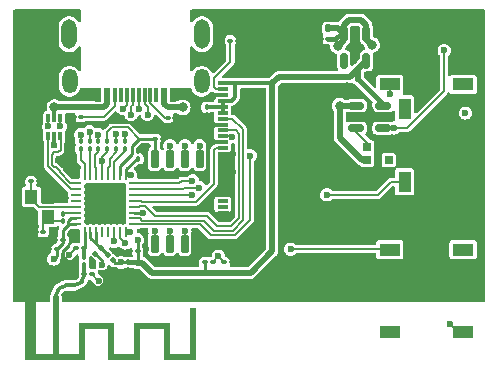
<source format=gbr>
%TF.GenerationSoftware,KiCad,Pcbnew,7.0.7*%
%TF.CreationDate,2023-12-08T19:41:31-05:00*%
%TF.ProjectId,pixie-rev-4,70697869-652d-4726-9576-2d342e6b6963,rev?*%
%TF.SameCoordinates,Original*%
%TF.FileFunction,Copper,L1,Top*%
%TF.FilePolarity,Positive*%
%FSLAX46Y46*%
G04 Gerber Fmt 4.6, Leading zero omitted, Abs format (unit mm)*
G04 Created by KiCad (PCBNEW 7.0.7) date 2023-12-08 19:41:31*
%MOMM*%
%LPD*%
G01*
G04 APERTURE LIST*
G04 Aperture macros list*
%AMRoundRect*
0 Rectangle with rounded corners*
0 $1 Rounding radius*
0 $2 $3 $4 $5 $6 $7 $8 $9 X,Y pos of 4 corners*
0 Add a 4 corners polygon primitive as box body*
4,1,4,$2,$3,$4,$5,$6,$7,$8,$9,$2,$3,0*
0 Add four circle primitives for the rounded corners*
1,1,$1+$1,$2,$3*
1,1,$1+$1,$4,$5*
1,1,$1+$1,$6,$7*
1,1,$1+$1,$8,$9*
0 Add four rect primitives between the rounded corners*
20,1,$1+$1,$2,$3,$4,$5,0*
20,1,$1+$1,$4,$5,$6,$7,0*
20,1,$1+$1,$6,$7,$8,$9,0*
20,1,$1+$1,$8,$9,$2,$3,0*%
G04 Aperture macros list end*
%TA.AperFunction,SMDPad,CuDef*%
%ADD10RoundRect,0.100000X-0.100000X0.130000X-0.100000X-0.130000X0.100000X-0.130000X0.100000X0.130000X0*%
%TD*%
%TA.AperFunction,SMDPad,CuDef*%
%ADD11RoundRect,0.100000X0.130000X0.100000X-0.130000X0.100000X-0.130000X-0.100000X0.130000X-0.100000X0*%
%TD*%
%TA.AperFunction,SMDPad,CuDef*%
%ADD12RoundRect,0.100000X-0.162635X0.021213X0.021213X-0.162635X0.162635X-0.021213X-0.021213X0.162635X0*%
%TD*%
%TA.AperFunction,SMDPad,CuDef*%
%ADD13RoundRect,0.100000X0.021213X0.162635X-0.162635X-0.021213X-0.021213X-0.162635X0.162635X0.021213X0*%
%TD*%
%TA.AperFunction,SMDPad,CuDef*%
%ADD14R,0.600000X1.160000*%
%TD*%
%TA.AperFunction,SMDPad,CuDef*%
%ADD15R,0.300000X1.160000*%
%TD*%
%TA.AperFunction,ComponentPad*%
%ADD16O,1.300000X2.100000*%
%TD*%
%TA.AperFunction,ComponentPad*%
%ADD17O,1.300000X2.500000*%
%TD*%
%TA.AperFunction,SMDPad,CuDef*%
%ADD18R,1.800000X1.100000*%
%TD*%
%TA.AperFunction,SMDPad,CuDef*%
%ADD19RoundRect,0.100000X-0.130000X-0.100000X0.130000X-0.100000X0.130000X0.100000X-0.130000X0.100000X0*%
%TD*%
%TA.AperFunction,SMDPad,CuDef*%
%ADD20RoundRect,0.140000X-0.170000X0.140000X-0.170000X-0.140000X0.170000X-0.140000X0.170000X0.140000X0*%
%TD*%
%TA.AperFunction,SMDPad,CuDef*%
%ADD21R,0.900000X0.300000*%
%TD*%
%TA.AperFunction,SMDPad,CuDef*%
%ADD22R,0.340000X0.700000*%
%TD*%
%TA.AperFunction,SMDPad,CuDef*%
%ADD23RoundRect,0.062500X0.062500X-0.375000X0.062500X0.375000X-0.062500X0.375000X-0.062500X-0.375000X0*%
%TD*%
%TA.AperFunction,SMDPad,CuDef*%
%ADD24RoundRect,0.062500X0.375000X-0.062500X0.375000X0.062500X-0.375000X0.062500X-0.375000X-0.062500X0*%
%TD*%
%TA.AperFunction,SMDPad,CuDef*%
%ADD25R,3.100000X3.100000*%
%TD*%
%TA.AperFunction,SMDPad,CuDef*%
%ADD26RoundRect,0.100000X0.100000X-0.130000X0.100000X0.130000X-0.100000X0.130000X-0.100000X-0.130000X0*%
%TD*%
%TA.AperFunction,SMDPad,CuDef*%
%ADD27R,0.700000X0.700000*%
%TD*%
%TA.AperFunction,SMDPad,CuDef*%
%ADD28RoundRect,0.140000X-0.140000X-0.170000X0.140000X-0.170000X0.140000X0.170000X-0.140000X0.170000X0*%
%TD*%
%TA.AperFunction,SMDPad,CuDef*%
%ADD29RoundRect,0.150000X0.150000X-0.650000X0.150000X0.650000X-0.150000X0.650000X-0.150000X-0.650000X0*%
%TD*%
%TA.AperFunction,ConnectorPad*%
%ADD30R,0.500000X0.500000*%
%TD*%
%TA.AperFunction,ComponentPad*%
%ADD31R,0.900000X0.500000*%
%TD*%
%TA.AperFunction,SMDPad,CuDef*%
%ADD32RoundRect,0.140000X0.140000X0.170000X-0.140000X0.170000X-0.140000X-0.170000X0.140000X-0.170000X0*%
%TD*%
%TA.AperFunction,SMDPad,CuDef*%
%ADD33RoundRect,0.150000X-0.150000X0.512500X-0.150000X-0.512500X0.150000X-0.512500X0.150000X0.512500X0*%
%TD*%
%TA.AperFunction,SMDPad,CuDef*%
%ADD34R,1.100000X1.200000*%
%TD*%
%TA.AperFunction,SMDPad,CuDef*%
%ADD35RoundRect,0.150000X-0.512500X-0.150000X0.512500X-0.150000X0.512500X0.150000X-0.512500X0.150000X0*%
%TD*%
%TA.AperFunction,SMDPad,CuDef*%
%ADD36R,1.100000X1.800000*%
%TD*%
%TA.AperFunction,ViaPad*%
%ADD37C,0.600000*%
%TD*%
%TA.AperFunction,ViaPad*%
%ADD38C,0.681000*%
%TD*%
%TA.AperFunction,ViaPad*%
%ADD39C,0.808000*%
%TD*%
%TA.AperFunction,Conductor*%
%ADD40C,0.250000*%
%TD*%
%TA.AperFunction,Conductor*%
%ADD41C,0.150000*%
%TD*%
%TA.AperFunction,Conductor*%
%ADD42C,0.500000*%
%TD*%
%TA.AperFunction,Conductor*%
%ADD43C,0.160000*%
%TD*%
%TA.AperFunction,Conductor*%
%ADD44C,0.381000*%
%TD*%
%TA.AperFunction,Conductor*%
%ADD45C,0.300000*%
%TD*%
%TA.AperFunction,Conductor*%
%ADD46C,0.254000*%
%TD*%
%TA.AperFunction,Conductor*%
%ADD47C,0.340000*%
%TD*%
%TA.AperFunction,Conductor*%
%ADD48C,0.200000*%
%TD*%
%TA.AperFunction,Conductor*%
%ADD49C,0.349300*%
%TD*%
G04 APERTURE END LIST*
%TA.AperFunction,EtchedComponent*%
%TO.C,AE301*%
G36*
X151950000Y-69200000D02*
G01*
X153350000Y-69200000D01*
X153350000Y-64300000D01*
X153850000Y-64300000D01*
X153850000Y-69200000D01*
X155550000Y-69200000D01*
X155550000Y-66560000D01*
X158550000Y-66560000D01*
X158550000Y-69200000D01*
X160250000Y-69200000D01*
X160250000Y-66560000D01*
X163250000Y-66560000D01*
X163250000Y-69200000D01*
X164950000Y-69200000D01*
X164950000Y-65260000D01*
X165450000Y-65260000D01*
X165450000Y-69700000D01*
X162750000Y-69700000D01*
X162750000Y-67060000D01*
X160750000Y-67060000D01*
X160750000Y-69700000D01*
X158050000Y-69700000D01*
X158050000Y-67060000D01*
X156050000Y-67060000D01*
X156050000Y-69700000D01*
X151050000Y-69700000D01*
X151050000Y-64543215D01*
X151352417Y-64543215D01*
X151357153Y-64591622D01*
X151376815Y-64636416D01*
X151411755Y-64673186D01*
X151444647Y-64690092D01*
X151492733Y-64697982D01*
X151542318Y-64691408D01*
X151587628Y-64671313D01*
X151622888Y-64638643D01*
X151639782Y-64606417D01*
X151648222Y-64558158D01*
X151641691Y-64508632D01*
X151621132Y-64463447D01*
X151587489Y-64428213D01*
X151568878Y-64417600D01*
X151523363Y-64404700D01*
X151474844Y-64403957D01*
X151432181Y-64416065D01*
X151424269Y-64420419D01*
X151386326Y-64453203D01*
X151362258Y-64495605D01*
X151352417Y-64543215D01*
X151050000Y-64543215D01*
X151050000Y-64300000D01*
X151950000Y-64300000D01*
X151950000Y-69200000D01*
G37*
%TD.AperFunction*%
%TD*%
D10*
%TO.P,C309,1*%
%TO.N,3V3*%
X159700000Y-61425000D03*
%TO.P,C309,2*%
%TO.N,GND*%
X159700000Y-62065000D03*
%TD*%
D11*
%TO.P,C311,1*%
%TO.N,3V3*%
X160545000Y-60475000D03*
%TO.P,C311,2*%
%TO.N,GND*%
X159905000Y-60475000D03*
%TD*%
D12*
%TO.P,L302,1,1*%
%TO.N,/MCU/VRF*%
X158000000Y-60800000D03*
%TO.P,L302,2,2*%
%TO.N,3V3*%
X158452548Y-61252548D03*
%TD*%
D11*
%TO.P,C305,1*%
%TO.N,Net-(C305-Pad1)*%
X152575000Y-58850000D03*
%TO.P,C305,2*%
%TO.N,GND*%
X151935000Y-58850000D03*
%TD*%
D13*
%TO.P,C307,1*%
%TO.N,/MCU/VRF*%
X157426274Y-60223726D03*
%TO.P,C307,2*%
%TO.N,GND*%
X156973726Y-60676274D03*
%TD*%
D14*
%TO.P,J201,A1,GND*%
%TO.N,GND*%
X163580000Y-47280000D03*
%TO.P,J201,A4,VBUS*%
%TO.N,5V*%
X162780000Y-47280000D03*
D15*
%TO.P,J201,A5,CC1*%
%TO.N,/Power/CC1*%
X161630000Y-47280000D03*
%TO.P,J201,A6,D1+*%
%TO.N,/Power/USB_D+*%
X160630000Y-47280000D03*
%TO.P,J201,A7,D1-*%
%TO.N,/Power/USB_D-*%
X160130000Y-47280000D03*
%TO.P,J201,A8,SUB1*%
%TO.N,unconnected-(J201-SUB1-PadA8)*%
X159130000Y-47280000D03*
D14*
%TO.P,J201,A9,VBUS*%
%TO.N,5V*%
X157980000Y-47280000D03*
%TO.P,J201,A12,GND*%
%TO.N,GND*%
X157180000Y-47280000D03*
%TO.P,J201,B1,GND*%
X157180000Y-47280000D03*
%TO.P,J201,B4,VBUS*%
%TO.N,5V*%
X157980000Y-47280000D03*
D15*
%TO.P,J201,B5,CC2*%
%TO.N,/Power/CC2*%
X158630000Y-47280000D03*
%TO.P,J201,B6,D2+*%
%TO.N,/Power/USB_D+*%
X159630000Y-47280000D03*
%TO.P,J201,B7,D2-*%
%TO.N,/Power/USB_D-*%
X161130000Y-47280000D03*
%TO.P,J201,B8,SUB2*%
%TO.N,unconnected-(J201-SUB2-PadB8)*%
X162130000Y-47280000D03*
D14*
%TO.P,J201,B9,VBUS*%
%TO.N,5V*%
X162780000Y-47280000D03*
%TO.P,J201,B12,GND*%
%TO.N,GND*%
X163580000Y-47280000D03*
D16*
%TO.P,J201,S1,SHEILD*%
%TO.N,unconnected-(J201-SHEILD-PadS1)*%
X165980000Y-46100000D03*
D17*
%TO.P,J201,S2,SHEILD*%
%TO.N,unconnected-(J201-SHEILD-PadS2)*%
X166000000Y-42100000D03*
D16*
%TO.P,J201,S3,SHEILD*%
%TO.N,unconnected-(J201-SHEILD-PadS3)*%
X154780000Y-46100000D03*
D17*
%TO.P,J201,S4,SHEILD*%
%TO.N,unconnected-(J201-SHEILD-PadS4)*%
X154760000Y-42100000D03*
%TD*%
D18*
%TO.P,SW101,1,1*%
%TO.N,GND*%
X181900000Y-42650000D03*
%TO.P,SW101,2,2*%
%TO.N,/SW_1*%
X181900000Y-46350000D03*
%TO.P,SW101,3,3*%
%TO.N,GND*%
X188100000Y-42650000D03*
%TO.P,SW101,4,4*%
%TO.N,unconnected-(SW101-Pad4)*%
X188100000Y-46350000D03*
%TD*%
%TO.P,SW104,1,1*%
%TO.N,GND*%
X181900000Y-63650000D03*
%TO.P,SW104,2,2*%
%TO.N,unconnected-(SW104-Pad2)*%
X181900000Y-67350000D03*
%TO.P,SW104,3,3*%
%TO.N,GND*%
X188100000Y-63650000D03*
%TO.P,SW104,4,4*%
%TO.N,/SW_4*%
X188100000Y-67350000D03*
%TD*%
%TO.P,SW103,1,1*%
%TO.N,GND*%
X181900000Y-56650000D03*
%TO.P,SW103,2,2*%
%TO.N,/SW_3*%
X181900000Y-60350000D03*
%TO.P,SW103,3,3*%
%TO.N,GND*%
X188100000Y-56650000D03*
%TO.P,SW103,4,4*%
%TO.N,unconnected-(SW103-Pad4)*%
X188100000Y-60350000D03*
%TD*%
D11*
%TO.P,C308,1*%
%TO.N,3V3*%
X154225000Y-59525000D03*
%TO.P,C308,2*%
%TO.N,GND*%
X153585000Y-59525000D03*
%TD*%
D10*
%TO.P,R305,1*%
%TO.N,/MCU/FLASH_IO1*%
X155725000Y-51155000D03*
%TO.P,R305,2*%
%TO.N,/MCU/SPI_Q*%
X155725000Y-51795000D03*
%TD*%
D19*
%TO.P,C303,1*%
%TO.N,/MCU/CHIP_PU*%
X167890000Y-61400000D03*
%TO.P,C303,2*%
%TO.N,GND*%
X168530000Y-61400000D03*
%TD*%
D10*
%TO.P,C203,1*%
%TO.N,3V3*%
X178300000Y-45725000D03*
%TO.P,C203,2*%
%TO.N,GND*%
X178300000Y-46365000D03*
%TD*%
%TO.P,C401,1*%
%TO.N,3V3*%
X166400000Y-48285000D03*
%TO.P,C401,2*%
%TO.N,GND*%
X166400000Y-48925000D03*
%TD*%
D11*
%TO.P,R202,1*%
%TO.N,GND*%
X163725000Y-49175000D03*
%TO.P,R202,2*%
%TO.N,/Power/CC1*%
X163085000Y-49175000D03*
%TD*%
D20*
%TO.P,C313,1*%
%TO.N,3V3*%
X160625000Y-61450000D03*
%TO.P,C313,2*%
%TO.N,GND*%
X160625000Y-62410000D03*
%TD*%
D10*
%TO.P,R306,1*%
%TO.N,/MCU/FLASH_IO3*%
X159475000Y-51160000D03*
%TO.P,R306,2*%
%TO.N,/MCU/SPI_HD*%
X159475000Y-51800000D03*
%TD*%
%TO.P,R307,1*%
%TO.N,/MCU/FLASH_IO0*%
X156475000Y-51160000D03*
%TO.P,R307,2*%
%TO.N,/MCU/SPI_D*%
X156475000Y-51800000D03*
%TD*%
D19*
%TO.P,R201,1*%
%TO.N,GND*%
X155130000Y-49100000D03*
%TO.P,R201,2*%
%TO.N,/Power/CC2*%
X155770000Y-49100000D03*
%TD*%
D10*
%TO.P,R303,1*%
%TO.N,/MCU/VCC_SPI*%
X157975000Y-51160000D03*
%TO.P,R303,2*%
%TO.N,/MCU/FLASH_CS0*%
X157975000Y-51800000D03*
%TD*%
D11*
%TO.P,C310,1*%
%TO.N,3V3*%
X153700000Y-60300000D03*
%TO.P,C310,2*%
%TO.N,GND*%
X153060000Y-60300000D03*
%TD*%
D21*
%TO.P,J401,1,GND*%
%TO.N,GND*%
X167750000Y-57750000D03*
%TO.P,J401,2,GND*%
X167750000Y-57250000D03*
%TO.P,J401,3,NC*%
%TO.N,unconnected-(J401-NC-Pad3)*%
X167750000Y-56750000D03*
%TO.P,J401,4,TE*%
%TO.N,unconnected-(J401-TE-Pad4)*%
X167750000Y-56250000D03*
%TO.P,J401,5,DB7*%
%TO.N,GND*%
X167750000Y-55750000D03*
%TO.P,J401,6,DB6*%
X167750000Y-55250000D03*
%TO.P,J401,7,DB5*%
X167750000Y-54750000D03*
%TO.P,J401,8,DB4*%
X167750000Y-54250000D03*
%TO.P,J401,9,DB3*%
X167750000Y-53750000D03*
%TO.P,J401,10,DB2*%
X167750000Y-53250000D03*
%TO.P,J401,11,DB1*%
X167750000Y-52750000D03*
%TO.P,J401,12,DB0*%
X167750000Y-52250000D03*
%TO.P,J401,13,gnd/SDA*%
%TO.N,/MCU/DISP_SDA*%
X167750000Y-51750000D03*
%TO.P,J401,14,RD/gnd*%
%TO.N,GND*%
X167750000Y-51250000D03*
%TO.P,J401,15,WE/DC*%
%TO.N,/MCU/DISP_DC*%
X167750000Y-50750000D03*
%TO.P,J401,16,DC/CLK*%
%TO.N,/MCU/DISP_SCL*%
X167750000Y-50250000D03*
%TO.P,J401,17,CS*%
%TO.N,GND*%
X167750000Y-49750000D03*
%TO.P,J401,18,RESET*%
%TO.N,/MCU/DISP_RST*%
X167750000Y-49250000D03*
%TO.P,J401,19,IM1/2*%
%TO.N,3V3*%
X167750000Y-48750000D03*
%TO.P,J401,20,VDDIO*%
X167750000Y-48250000D03*
%TO.P,J401,21,VDD*%
X167750000Y-47750000D03*
%TO.P,J401,22,GND*%
%TO.N,GND*%
X167750000Y-47250000D03*
%TO.P,J401,23,LEDK*%
%TO.N,Net-(J401-LEDK)*%
X167750000Y-46750000D03*
%TO.P,J401,24,LEDA*%
%TO.N,3V3*%
X167750000Y-46250000D03*
D18*
%TO.P,J401,MP0,MP0*%
%TO.N,GND*%
X170450000Y-59900000D03*
%TO.P,J401,MP1,MP1*%
X170450000Y-44100000D03*
%TD*%
D19*
%TO.P,C306,1*%
%TO.N,/MCU/VCC_SPI*%
X162020000Y-50970000D03*
%TO.P,C306,2*%
%TO.N,GND*%
X162660000Y-50970000D03*
%TD*%
D10*
%TO.P,R304,1*%
%TO.N,/MCU/FLASH_CLK*%
X157225000Y-51160000D03*
%TO.P,R304,2*%
%TO.N,/MCU/SPI_CLK*%
X157225000Y-51800000D03*
%TD*%
%TO.P,R308,1*%
%TO.N,/MCU/FLASH_IO2*%
X158725000Y-51160000D03*
%TO.P,R308,2*%
%TO.N,/MCU/SPI_WP*%
X158725000Y-51800000D03*
%TD*%
D19*
%TO.P,R401,1*%
%TO.N,Net-(J401-LEDK)*%
X168410000Y-42650000D03*
%TO.P,R401,2*%
%TO.N,GND*%
X169050000Y-42650000D03*
%TD*%
D22*
%TO.P,U201,1,I/O1*%
%TO.N,/USB_P*%
X153000000Y-50700000D03*
%TO.P,U201,2,GND*%
%TO.N,GND*%
X153500000Y-50700000D03*
%TO.P,U201,3,I/O2*%
%TO.N,/USB_N*%
X154000000Y-50700000D03*
%TO.P,U201,4,I/O2*%
%TO.N,/Power/USB_D-*%
X154000000Y-49200000D03*
%TO.P,U201,5,VBUS*%
%TO.N,5V*%
X153500000Y-49200000D03*
%TO.P,U201,6,I/O1*%
%TO.N,/Power/USB_D+*%
X153000000Y-49200000D03*
%TD*%
D23*
%TO.P,U302,1,LNA_IN*%
%TO.N,/MCU/ANTENNA*%
X156050000Y-58887500D03*
%TO.P,U302,2,VDD3P3*%
%TO.N,/MCU/VRF*%
X156550000Y-58887500D03*
%TO.P,U302,3,VDD3P3*%
X157050000Y-58887500D03*
%TO.P,U302,4,XTAL_32K_P/ADC1_CH0*%
%TO.N,unconnected-(U302-XTAL_32K_P{slash}ADC1_CH0-Pad4)*%
X157550000Y-58887500D03*
%TO.P,U302,5,XTAL_32K_N/ADC1_CH1*%
%TO.N,unconnected-(U302-XTAL_32K_N{slash}ADC1_CH1-Pad5)*%
X158050000Y-58887500D03*
%TO.P,U302,6,GPIO2/ADC1_CH2*%
%TO.N,/SW_4*%
X158550000Y-58887500D03*
%TO.P,U302,7,CHIP_EN*%
%TO.N,/MCU/CHIP_PU*%
X159050000Y-58887500D03*
%TO.P,U302,8,GPIO3/ADC1_CH3*%
%TO.N,/SW_3*%
X159550000Y-58887500D03*
D24*
%TO.P,U302,9,MTMS/GPIO4/ADC1_CH4*%
%TO.N,/MCU/DISP_DC*%
X160237500Y-58200000D03*
%TO.P,U302,10,MTDI/GPIO5/ADC2_CH0*%
%TO.N,/MCU/DISP_RST*%
X160237500Y-57700000D03*
%TO.P,U302,11,VDD3P3_RTC*%
%TO.N,3V3*%
X160237500Y-57200000D03*
%TO.P,U302,12,MTCK/GPIO6*%
%TO.N,/MCU/DISP_SCL*%
X160237500Y-56700000D03*
%TO.P,U302,13,MTDO/GPIO7*%
%TO.N,/MCU/DISP_SDA*%
X160237500Y-56200000D03*
%TO.P,U302,14,GPIO8*%
%TO.N,/SW_2*%
X160237500Y-55700000D03*
%TO.P,U302,15,GPIO9/BOOT*%
%TO.N,/PIXEL*%
X160237500Y-55200000D03*
%TO.P,U302,16,GPIO10*%
%TO.N,/SW_1*%
X160237500Y-54700000D03*
D23*
%TO.P,U302,17,VDD3P3_CPU*%
%TO.N,3V3*%
X159550000Y-54012500D03*
%TO.P,U302,18,VDD_SPI/GPIO11*%
%TO.N,/MCU/VCC_SPI*%
X159050000Y-54012500D03*
%TO.P,U302,19,SPIHD/GPIO12*%
%TO.N,/MCU/SPI_HD*%
X158550000Y-54012500D03*
%TO.P,U302,20,SPIWP/GPIO13*%
%TO.N,/MCU/SPI_WP*%
X158050000Y-54012500D03*
%TO.P,U302,21,SPICS0/GPIO14*%
%TO.N,/MCU/FLASH_CS0*%
X157550000Y-54012500D03*
%TO.P,U302,22,SPICLK/GPIO15*%
%TO.N,/MCU/SPI_CLK*%
X157050000Y-54012500D03*
%TO.P,U302,23,SPID/GPIO16*%
%TO.N,/MCU/SPI_D*%
X156550000Y-54012500D03*
%TO.P,U302,24,SPIQ/GPIO17*%
%TO.N,/MCU/SPI_Q*%
X156050000Y-54012500D03*
D24*
%TO.P,U302,25,GPIO18/USB_D-*%
%TO.N,/USB_N*%
X155362500Y-54700000D03*
%TO.P,U302,26,GPIO19/USB_D+*%
%TO.N,/USB_P*%
X155362500Y-55200000D03*
%TO.P,U302,27,U0RXD/GPIO20*%
%TO.N,unconnected-(U302-U0RXD{slash}GPIO20-Pad27)*%
X155362500Y-55700000D03*
%TO.P,U302,28,U0TXD/GPIO21*%
%TO.N,unconnected-(U302-U0TXD{slash}GPIO21-Pad28)*%
X155362500Y-56200000D03*
%TO.P,U302,29,XTAL_N*%
%TO.N,/MCU/XTAL_N*%
X155362500Y-56700000D03*
%TO.P,U302,30,XTAL_P*%
%TO.N,/MCU/XTAL_P*%
X155362500Y-57200000D03*
%TO.P,U302,31,VDDA*%
%TO.N,3V3*%
X155362500Y-57700000D03*
%TO.P,U302,32,VDDA*%
X155362500Y-58200000D03*
D25*
%TO.P,U302,33,GND*%
%TO.N,GND*%
X157800000Y-56450000D03*
%TD*%
D19*
%TO.P,C304,1*%
%TO.N,Net-(AE301-Pad1)*%
X156030000Y-62400000D03*
%TO.P,C304,2*%
%TO.N,GND*%
X156670000Y-62400000D03*
%TD*%
%TO.P,C302,1*%
%TO.N,/MCU/XTAL_N*%
X151535000Y-54550000D03*
%TO.P,C302,2*%
%TO.N,GND*%
X152175000Y-54550000D03*
%TD*%
D26*
%TO.P,C312,1*%
%TO.N,3V3*%
X160600000Y-52645000D03*
%TO.P,C312,2*%
%TO.N,GND*%
X160600000Y-52005000D03*
%TD*%
D27*
%TO.P,D401,1,D0*%
%TO.N,unconnected-(D401-D0-Pad1)*%
X181810000Y-52750000D03*
%TO.P,D401,2,GND*%
%TO.N,GND*%
X181810000Y-51650000D03*
%TO.P,D401,3,DIN*%
%TO.N,Net-(D401-DIN)*%
X179980000Y-51650000D03*
%TO.P,D401,4,VDD*%
%TO.N,5V*%
X179980000Y-52750000D03*
%TD*%
D10*
%TO.P,L301,1,1*%
%TO.N,/MCU/ANTENNA*%
X156000000Y-60980000D03*
%TO.P,L301,2,2*%
%TO.N,Net-(AE301-Pad1)*%
X156000000Y-61620000D03*
%TD*%
D28*
%TO.P,C204,1*%
%TO.N,3V3*%
X179220000Y-45800000D03*
%TO.P,C204,2*%
%TO.N,GND*%
X180180000Y-45800000D03*
%TD*%
D29*
%TO.P,U301,1,~{CS}*%
%TO.N,/MCU/FLASH_CS0*%
X161995000Y-59850000D03*
%TO.P,U301,2,DO(IO1)*%
%TO.N,/MCU/FLASH_IO1*%
X163265000Y-59850000D03*
%TO.P,U301,3,IO2*%
%TO.N,/MCU/FLASH_IO2*%
X164535000Y-59850000D03*
%TO.P,U301,4,GND*%
%TO.N,GND*%
X165805000Y-59850000D03*
%TO.P,U301,5,DI(IO0)*%
%TO.N,/MCU/FLASH_IO0*%
X165805000Y-52650000D03*
%TO.P,U301,6,CLK*%
%TO.N,/MCU/FLASH_CLK*%
X164535000Y-52650000D03*
%TO.P,U301,7,IO3*%
%TO.N,/MCU/FLASH_IO3*%
X163265000Y-52650000D03*
%TO.P,U301,8,VCC*%
%TO.N,/MCU/VCC_SPI*%
X161995000Y-52650000D03*
%TD*%
D30*
%TO.P,AE301,1*%
%TO.N,Net-(AE301-Pad1)*%
X153600000Y-64550000D03*
D31*
%TO.P,AE301,2*%
%TO.N,GND*%
X151500000Y-64550000D03*
%TD*%
D32*
%TO.P,C201,1*%
%TO.N,5V*%
X176700000Y-41600000D03*
%TO.P,C201,2*%
%TO.N,GND*%
X175740000Y-41600000D03*
%TD*%
D10*
%TO.P,R302,1*%
%TO.N,/MCU/XTAL_P*%
X154200000Y-57280000D03*
%TO.P,R302,2*%
%TO.N,Net-(C305-Pad1)*%
X154200000Y-57920000D03*
%TD*%
D33*
%TO.P,U202,1,IN*%
%TO.N,5V*%
X179908289Y-42062500D03*
%TO.P,U202,2,GND*%
%TO.N,GND*%
X178958289Y-42062500D03*
%TO.P,U202,3,EN*%
%TO.N,5V*%
X178008289Y-42062500D03*
%TO.P,U202,4,BP*%
%TO.N,unconnected-(U202-BP-Pad4)*%
X178008289Y-44337500D03*
%TO.P,U202,5,OUT*%
%TO.N,3V3*%
X179908289Y-44337500D03*
%TD*%
D34*
%TO.P,Y301,1,1*%
%TO.N,Net-(C305-Pad1)*%
X152950000Y-57550000D03*
%TO.P,Y301,2,2*%
%TO.N,GND*%
X152950000Y-55850000D03*
%TO.P,Y301,3,3*%
%TO.N,/MCU/XTAL_N*%
X151550000Y-55850000D03*
%TO.P,Y301,4,4*%
%TO.N,GND*%
X151550000Y-57550000D03*
%TD*%
D11*
%TO.P,C202,1*%
%TO.N,5V*%
X176675000Y-42500000D03*
%TO.P,C202,2*%
%TO.N,GND*%
X176035000Y-42500000D03*
%TD*%
%TO.P,C301,1*%
%TO.N,/MCU/ANTENNA*%
X155975000Y-60200000D03*
%TO.P,C301,2*%
%TO.N,GND*%
X155335000Y-60200000D03*
%TD*%
D35*
%TO.P,U401,1,VCCA*%
%TO.N,5V*%
X179062500Y-48150000D03*
%TO.P,U401,2,GND*%
%TO.N,GND*%
X179062500Y-49100000D03*
%TO.P,U401,3,A*%
%TO.N,Net-(D401-DIN)*%
X179062500Y-50050000D03*
%TO.P,U401,4,B*%
%TO.N,/PIXEL*%
X181337500Y-50050000D03*
%TO.P,U401,5,DIR*%
%TO.N,GND*%
X181337500Y-49100000D03*
%TO.P,U401,6,VCCB*%
%TO.N,3V3*%
X181337500Y-48150000D03*
%TD*%
D11*
%TO.P,R301,1*%
%TO.N,/MCU/CHIP_PU*%
X166890000Y-61400000D03*
%TO.P,R301,2*%
%TO.N,3V3*%
X166250000Y-61400000D03*
%TD*%
D36*
%TO.P,SW102,1,1*%
%TO.N,GND*%
X186850000Y-48400000D03*
%TO.P,SW102,2,2*%
%TO.N,unconnected-(SW102-Pad2)*%
X183150000Y-48400000D03*
%TO.P,SW102,3,3*%
%TO.N,GND*%
X186850000Y-54600000D03*
%TO.P,SW102,4,4*%
%TO.N,/SW_2*%
X183150000Y-54600000D03*
%TD*%
D37*
%TO.N,GND*%
X150500000Y-61100000D03*
X163950000Y-61390000D03*
X161220000Y-60280000D03*
X154760000Y-60780000D03*
X166200000Y-50200000D03*
X155050000Y-52750000D03*
X155250000Y-61425000D03*
X151500000Y-53800000D03*
X169400000Y-43300000D03*
X164500000Y-64500000D03*
D38*
X178958290Y-43137499D03*
D37*
X150500000Y-62800000D03*
X152100000Y-49200000D03*
X166500000Y-59700000D03*
X170500000Y-49800000D03*
X150500000Y-59400000D03*
X176400000Y-40500000D03*
X170300000Y-47200000D03*
X168900000Y-59700000D03*
X150500000Y-57700000D03*
X154650000Y-53500000D03*
X173900000Y-61600000D03*
X150500000Y-50900000D03*
X156700000Y-61325000D03*
X155600000Y-64500000D03*
X177075000Y-58275000D03*
X165600000Y-64500000D03*
X158325000Y-57825000D03*
X152300000Y-63700000D03*
X163410000Y-50700000D03*
X188299999Y-40500000D03*
X157300000Y-55050000D03*
X152425000Y-53800000D03*
X189500000Y-52600000D03*
X165950000Y-53985500D03*
X180900000Y-51600000D03*
X171075000Y-53375000D03*
X156400000Y-47280000D03*
X152800000Y-59500000D03*
X173400000Y-52100000D03*
X178900000Y-53900000D03*
X160075000Y-64500000D03*
X163400000Y-64500000D03*
X151800000Y-59500000D03*
X154360000Y-61560000D03*
X180900000Y-52700000D03*
X151275000Y-58700000D03*
X158650000Y-62150000D03*
X168470000Y-57490000D03*
X150500000Y-63700000D03*
X154525000Y-62625000D03*
X153600000Y-62900000D03*
X155225000Y-62150000D03*
X152900000Y-54800000D03*
X189500000Y-62800000D03*
X170900000Y-56600000D03*
X156400000Y-56975000D03*
X150500000Y-56000000D03*
X177800000Y-46700000D03*
X166700000Y-64500000D03*
X152250000Y-51550000D03*
X154500000Y-64500000D03*
X173000000Y-40500000D03*
X150518219Y-64527124D03*
X157825000Y-62400000D03*
X169540000Y-61400000D03*
D38*
X180200000Y-48550000D03*
D37*
X173625000Y-56800000D03*
X158900000Y-64500000D03*
D38*
X180200000Y-49550000D03*
D37*
X157240000Y-62960000D03*
X152275000Y-52600000D03*
X158663243Y-60486757D03*
X154850000Y-51150000D03*
X155400000Y-53950000D03*
X154750000Y-51950000D03*
X150500000Y-44100000D03*
X153800000Y-55300000D03*
X162000000Y-63400000D03*
X173000000Y-46800000D03*
X155950000Y-63900000D03*
X153000000Y-63600000D03*
X150500000Y-54300000D03*
X157300000Y-55925000D03*
X152000000Y-46000000D03*
X152500000Y-60700000D03*
X157275000Y-56950000D03*
X156700000Y-64500000D03*
X166900000Y-49750000D03*
X158275000Y-63275000D03*
X189500000Y-42400000D03*
X169600000Y-40500000D03*
X175300000Y-42300000D03*
X161200000Y-64500000D03*
X151400000Y-63700000D03*
X159175000Y-55925000D03*
X164730000Y-50330000D03*
X180700000Y-63700000D03*
X152100000Y-50540000D03*
X168600000Y-53750000D03*
X165500000Y-58800000D03*
X165200000Y-56900000D03*
X150500000Y-40700000D03*
X155300000Y-59500000D03*
X175500000Y-44600000D03*
X168600000Y-52278111D03*
X172800000Y-43500000D03*
X174700000Y-58700000D03*
X166897954Y-47398977D03*
X175750000Y-48300000D03*
X157500000Y-61600000D03*
X161850000Y-54025000D03*
X159900000Y-62700000D03*
X175000000Y-54000000D03*
X189500000Y-59400000D03*
X152600000Y-64429978D03*
X153400000Y-40500000D03*
X158300000Y-55925000D03*
X180700000Y-45300000D03*
X156400000Y-55925000D03*
X162600000Y-56900000D03*
X161274204Y-51816717D03*
X187800000Y-55600000D03*
X166900000Y-51250000D03*
X181500000Y-40500000D03*
X152300000Y-42500000D03*
X183600000Y-50690000D03*
X159175000Y-56950000D03*
X153500000Y-58800000D03*
X165425000Y-49250000D03*
X189500000Y-45800000D03*
X154100000Y-52800000D03*
X162300000Y-64500000D03*
X162610000Y-61394500D03*
X155100000Y-49850000D03*
X155050000Y-64100000D03*
X153500000Y-51500000D03*
X156550000Y-63425000D03*
X150500000Y-47500000D03*
X167100000Y-44000000D03*
X163900000Y-56900000D03*
X153400000Y-44500000D03*
X164380000Y-47280000D03*
X158300000Y-55050000D03*
X170530000Y-58730000D03*
X155300000Y-58870000D03*
X163500000Y-54025000D03*
X186000000Y-53000000D03*
X166800000Y-56475000D03*
X157800000Y-64500000D03*
X184900000Y-40500000D03*
X189500000Y-56000000D03*
X158300000Y-56975000D03*
X153800000Y-56100000D03*
X189500000Y-49200000D03*
%TO.N,/SW_4*%
X158550000Y-59631757D03*
X187000000Y-66600000D03*
%TO.N,/SW_1*%
X181900000Y-47175000D03*
X165190000Y-54510000D03*
%TO.N,/SW_2*%
X176570000Y-55700000D03*
X165190000Y-55700000D03*
%TO.N,/PIXEL*%
X182238556Y-50050000D03*
X186500000Y-43475000D03*
X165770000Y-55110000D03*
%TO.N,/SW_3*%
X159925000Y-58887500D03*
X173500000Y-60300000D03*
D39*
%TO.N,5V*%
X177650000Y-48150000D03*
X177500000Y-43100000D03*
X180400000Y-43000000D03*
X153500000Y-48270000D03*
X164375000Y-48300000D03*
D37*
%TO.N,3V3*%
X160960000Y-57200000D03*
X159960000Y-54020000D03*
X159125000Y-61425000D03*
X160545000Y-59507828D03*
X153450000Y-61125000D03*
%TO.N,/MCU/CHIP_PU*%
X188300000Y-48775000D03*
X167390000Y-60875000D03*
X159500000Y-59774500D03*
%TO.N,/Power/USB_D+*%
X160700000Y-48400000D03*
X159300000Y-48400000D03*
X153000000Y-49900000D03*
%TO.N,/Power/USB_D-*%
X160000000Y-48900000D03*
X161400000Y-48900000D03*
X154000000Y-49900000D03*
%TO.N,/MCU/DISP_DC*%
X170075000Y-52375000D03*
X168554622Y-50774500D03*
%TO.N,/MCU/FLASH_CS0*%
X162000000Y-58780000D03*
X157550000Y-52875000D03*
%TO.N,/MCU/FLASH_IO0*%
X156475000Y-50340000D03*
X165805000Y-51530000D03*
%TO.N,/MCU/FLASH_IO2*%
X158720000Y-50580000D03*
X164550000Y-58775000D03*
%TO.N,/MCU/FLASH_CLK*%
X164550000Y-51525000D03*
X157225000Y-50610000D03*
%TO.N,/MCU/FLASH_IO1*%
X163275000Y-58775000D03*
X155730000Y-50610000D03*
%TO.N,/MCU/FLASH_IO3*%
X159480000Y-50521770D03*
X163275000Y-51540000D03*
%TD*%
D40*
%TO.N,/MCU/CHIP_PU*%
X167890000Y-61400000D02*
X167890000Y-61375000D01*
D41*
X167890000Y-61375000D02*
X167390000Y-60875000D01*
D40*
X166890000Y-61400000D02*
X166890000Y-61375000D01*
D41*
X166890000Y-61375000D02*
X167390000Y-60875000D01*
D42*
%TO.N,3V3*%
X170110050Y-62300000D02*
X166260000Y-62300000D01*
X166260000Y-62300000D02*
X165810000Y-62300000D01*
D40*
X166250000Y-61400000D02*
X166250000Y-62290000D01*
X166250000Y-62290000D02*
X166260000Y-62300000D01*
D42*
X165810000Y-62300000D02*
X161770000Y-62300000D01*
X160920000Y-61450000D02*
X160625000Y-61450000D01*
X161770000Y-62300000D02*
X160920000Y-61450000D01*
D40*
%TO.N,GND*%
X168530000Y-61400000D02*
X169540000Y-61400000D01*
X154760000Y-60780000D02*
X154760000Y-60775000D01*
D43*
X154760000Y-60775000D02*
X155335000Y-60200000D01*
D40*
X157240000Y-62960000D02*
X157230000Y-62960000D01*
D43*
X157230000Y-62960000D02*
X156670000Y-62400000D01*
D44*
X178958289Y-42062500D02*
X178958289Y-43137498D01*
X178958289Y-43137498D02*
X178958290Y-43137499D01*
D41*
%TO.N,/MCU/CHIP_PU*%
X159050000Y-59376653D02*
X159050000Y-58887500D01*
X159312136Y-59652136D02*
X159312136Y-59638789D01*
X159434500Y-59774500D02*
X159312136Y-59652136D01*
X159312136Y-59638789D02*
X159050000Y-59376653D01*
X159500000Y-59774500D02*
X159434500Y-59774500D01*
%TO.N,/SW_4*%
X158550000Y-59631757D02*
X158550000Y-58887500D01*
D45*
%TO.N,GND*%
X167750000Y-57750000D02*
X168210000Y-57750000D01*
D44*
X180750000Y-49100000D02*
X180200000Y-48550000D01*
D45*
X167750000Y-57250000D02*
X168230000Y-57250000D01*
X168230000Y-57250000D02*
X168470000Y-57490000D01*
D44*
X181337500Y-49100000D02*
X180750000Y-49100000D01*
D40*
X152900000Y-60300000D02*
X152500000Y-60700000D01*
D46*
X159905000Y-60475000D02*
X158675000Y-60475000D01*
D44*
X179750000Y-49100000D02*
X179062500Y-49100000D01*
D46*
X163090000Y-50700000D02*
X163410000Y-50700000D01*
D44*
X180200000Y-49550000D02*
X179750000Y-49100000D01*
D45*
X167046931Y-47250000D02*
X167750000Y-47250000D01*
D46*
X157500000Y-61600000D02*
X157500000Y-61250000D01*
D45*
X166897954Y-47398977D02*
X167046931Y-47250000D01*
X157180000Y-47280000D02*
X156400000Y-47280000D01*
D41*
X168600000Y-52278111D02*
X168571889Y-52250000D01*
D45*
X167750000Y-51250000D02*
X166900000Y-51250000D01*
X167750000Y-53750000D02*
X168600000Y-53750000D01*
D46*
X165805000Y-59105000D02*
X165500000Y-58800000D01*
X165805000Y-59983869D02*
X165805000Y-59850000D01*
D45*
X168210000Y-57750000D02*
X168470000Y-57490000D01*
D46*
X165805000Y-59850000D02*
X165805000Y-59105000D01*
X162660000Y-50970000D02*
X162820000Y-50970000D01*
X158675000Y-60475000D02*
X158663243Y-60486757D01*
X156973726Y-60723726D02*
X156973726Y-60676274D01*
D45*
X167750000Y-49750000D02*
X166900000Y-49750000D01*
X164380000Y-47280000D02*
X163580000Y-47280000D01*
D46*
X157500000Y-61250000D02*
X156973726Y-60723726D01*
D47*
X153500000Y-51500000D02*
X153500000Y-50700000D01*
D45*
X168571889Y-52250000D02*
X167750000Y-52250000D01*
D46*
X162820000Y-50970000D02*
X163090000Y-50700000D01*
D40*
X153060000Y-60300000D02*
X152900000Y-60300000D01*
D41*
%TO.N,/SW_4*%
X188100000Y-67350000D02*
X187750000Y-67350000D01*
X187750000Y-67350000D02*
X187000000Y-66600000D01*
%TO.N,/SW_1*%
X164075000Y-54700000D02*
X160237500Y-54700000D01*
D48*
X181900000Y-46350000D02*
X181900000Y-47175000D01*
D41*
X165190000Y-54510000D02*
X164265000Y-54510000D01*
X164265000Y-54510000D02*
X164075000Y-54700000D01*
%TO.N,/SW_2*%
X182000000Y-54600000D02*
X183150000Y-54600000D01*
X176570000Y-55700000D02*
X180900000Y-55700000D01*
X165190000Y-55700000D02*
X160237500Y-55700000D01*
X180900000Y-55700000D02*
X182000000Y-54600000D01*
%TO.N,/PIXEL*%
X164350000Y-55200000D02*
X160237500Y-55200000D01*
X164440000Y-55110000D02*
X164350000Y-55200000D01*
X186500000Y-46900000D02*
X186500000Y-43475000D01*
X182238556Y-50050000D02*
X181337500Y-50050000D01*
X183350000Y-50050000D02*
X186500000Y-46900000D01*
X182238556Y-50050000D02*
X183350000Y-50050000D01*
X165770000Y-55110000D02*
X164440000Y-55110000D01*
%TO.N,/SW_3*%
X181500000Y-60300000D02*
X181550000Y-60350000D01*
X159925000Y-58887500D02*
X159550000Y-58887500D01*
X181550000Y-60350000D02*
X181900000Y-60350000D01*
X173500000Y-60300000D02*
X181500000Y-60300000D01*
D49*
%TO.N,Net-(AE301-Pad1)*%
X155143629Y-63375000D02*
X154506371Y-63375000D01*
X153940685Y-63609315D02*
X153834314Y-63715686D01*
X155795685Y-63054315D02*
X155709314Y-63140686D01*
D41*
X156030000Y-61650000D02*
X156000000Y-61620000D01*
D49*
X153600000Y-64281371D02*
X153600000Y-64550000D01*
X156030000Y-62400000D02*
X156030000Y-61650000D01*
X156030000Y-62400000D02*
X156030000Y-62488629D01*
X155143629Y-63375020D02*
G75*
G03*
X155709314Y-63140686I-29J800020D01*
G01*
X155795670Y-63054300D02*
G75*
G03*
X156030000Y-62488629I-565670J565700D01*
G01*
X153834329Y-63715701D02*
G75*
G03*
X153600000Y-64281371I565671J-565699D01*
G01*
X154506371Y-63374980D02*
G75*
G03*
X153940685Y-63609315I29J-800020D01*
G01*
D47*
%TO.N,5V*%
X153500000Y-48270000D02*
X153500000Y-49200000D01*
D42*
X153500000Y-48270000D02*
X153510000Y-48260000D01*
X157690000Y-48260000D02*
X157980000Y-47970000D01*
X177650000Y-48150000D02*
X177650000Y-50850000D01*
X179908289Y-42062500D02*
X179908289Y-42508289D01*
X179908289Y-41308289D02*
X179908289Y-42062500D01*
X177500000Y-43100000D02*
X178008289Y-42591711D01*
X176700000Y-41600000D02*
X177545789Y-41600000D01*
X179475000Y-40875000D02*
X179908289Y-41308289D01*
X178008289Y-42062500D02*
X178008289Y-41291711D01*
X178425000Y-40875000D02*
X179475000Y-40875000D01*
X179908289Y-42508289D02*
X180400000Y-43000000D01*
X163090000Y-48300000D02*
X164375000Y-48300000D01*
X157980000Y-47970000D02*
X157980000Y-47280000D01*
D44*
X178008289Y-42062500D02*
X177737500Y-42062500D01*
D42*
X177650000Y-48150000D02*
X179062500Y-48150000D01*
X179550000Y-52750000D02*
X179980000Y-52750000D01*
X162780000Y-47990000D02*
X163090000Y-48300000D01*
X153510000Y-48260000D02*
X157690000Y-48260000D01*
X177545789Y-41600000D02*
X178008289Y-42062500D01*
X162780000Y-47280000D02*
X162780000Y-47990000D01*
D44*
X177737500Y-42062500D02*
X177300000Y-42500000D01*
D42*
X178008289Y-41291711D02*
X178425000Y-40875000D01*
X177650000Y-50850000D02*
X179550000Y-52750000D01*
D44*
X177300000Y-42500000D02*
X176675000Y-42500000D01*
D42*
X178008289Y-42591711D02*
X178008289Y-42062500D01*
D46*
%TO.N,3V3*%
X155362500Y-58200000D02*
X154731279Y-58200000D01*
D42*
X171950000Y-46250000D02*
X171950000Y-60460050D01*
X172475000Y-45725000D02*
X178300000Y-45725000D01*
D45*
X167750000Y-48750000D02*
X167750000Y-48250000D01*
X168800000Y-47450000D02*
X168800000Y-46250000D01*
X167750000Y-48250000D02*
X166435000Y-48250000D01*
D46*
X159952500Y-54012500D02*
X159550000Y-54012500D01*
X154900000Y-57700000D02*
X154677000Y-57923000D01*
D42*
X179220000Y-45025788D02*
X179220000Y-45800000D01*
D45*
X171950000Y-46250000D02*
X168800000Y-46250000D01*
D46*
X159100000Y-61450000D02*
X158650000Y-61450000D01*
X153700000Y-60300000D02*
X154225000Y-59775000D01*
X154677000Y-57923000D02*
X154677000Y-58254279D01*
D44*
X179220000Y-45920000D02*
X181337500Y-48037500D01*
D46*
X160600000Y-61425000D02*
X160625000Y-61450000D01*
X154225000Y-59775000D02*
X154225000Y-59525000D01*
D44*
X159700000Y-61425000D02*
X160600000Y-61425000D01*
D46*
X159700000Y-61425000D02*
X159125000Y-61425000D01*
X160545000Y-59507828D02*
X160545000Y-60475000D01*
D45*
X166435000Y-48250000D02*
X166400000Y-48285000D01*
D46*
X155362500Y-57700000D02*
X154900000Y-57700000D01*
D42*
X178520789Y-45725000D02*
X179908289Y-44337500D01*
D46*
X154225000Y-58706279D02*
X154677000Y-58254279D01*
X160455000Y-52645000D02*
X160600000Y-52645000D01*
X154731279Y-58200000D02*
X154677000Y-58254279D01*
D44*
X179220000Y-45800000D02*
X179220000Y-45920000D01*
D42*
X171950000Y-60460050D02*
X170110050Y-62300000D01*
D46*
X160237500Y-57200000D02*
X160960000Y-57200000D01*
D42*
X178300000Y-45725000D02*
X178520789Y-45725000D01*
D45*
X167750000Y-47750000D02*
X168500000Y-47750000D01*
D46*
X153700000Y-60875000D02*
X153700000Y-60300000D01*
X159550000Y-54012500D02*
X159550000Y-53550000D01*
X159960000Y-54020000D02*
X159952500Y-54012500D01*
X153450000Y-61125000D02*
X153700000Y-60875000D01*
X160545000Y-60475000D02*
X160545000Y-61370000D01*
X160545000Y-61370000D02*
X160625000Y-61450000D01*
D42*
X179222894Y-45022894D02*
X179220000Y-45025788D01*
D46*
X159125000Y-61425000D02*
X159100000Y-61450000D01*
X154225000Y-59525000D02*
X154225000Y-58706279D01*
D42*
X171950000Y-46250000D02*
X172475000Y-45725000D01*
D45*
X167750000Y-48250000D02*
X167750000Y-47750000D01*
D44*
X181337500Y-48037500D02*
X181337500Y-48150000D01*
D45*
X168800000Y-46250000D02*
X167750000Y-46250000D01*
D46*
X158650000Y-61450000D02*
X158452548Y-61252548D01*
X159550000Y-53550000D02*
X160455000Y-52645000D01*
D45*
X168500000Y-47750000D02*
X168800000Y-47450000D01*
D46*
%TO.N,/MCU/ANTENNA*%
X156050000Y-58887500D02*
X156050000Y-60125000D01*
D41*
X156050000Y-60125000D02*
X155975000Y-60200000D01*
D49*
X155975000Y-60200000D02*
X155975000Y-60955000D01*
D41*
X155975000Y-60955000D02*
X156000000Y-60980000D01*
%TO.N,/MCU/XTAL_N*%
X152200000Y-56700000D02*
X151550000Y-56050000D01*
X151535000Y-54550000D02*
X151535000Y-55835000D01*
X151550000Y-56050000D02*
X151550000Y-55850000D01*
X155362500Y-56700000D02*
X152200000Y-56700000D01*
X151535000Y-55835000D02*
X151550000Y-55850000D01*
%TO.N,Net-(C305-Pad1)*%
X154200000Y-57920000D02*
X153320000Y-57920000D01*
X152575000Y-57925000D02*
X152950000Y-57550000D01*
X153320000Y-57920000D02*
X152950000Y-57550000D01*
X152575000Y-58850000D02*
X152575000Y-57925000D01*
%TO.N,/MCU/VCC_SPI*%
X160640000Y-50940000D02*
X160640000Y-50970000D01*
D46*
X162020000Y-50970000D02*
X162020000Y-52625000D01*
D41*
X159696770Y-49996770D02*
X160640000Y-50940000D01*
D46*
X159050000Y-54012500D02*
X159050000Y-53230000D01*
D41*
X157975000Y-50385000D02*
X157975000Y-51160000D01*
D46*
X162020000Y-52625000D02*
X161995000Y-52650000D01*
X160050000Y-52230000D02*
X160050000Y-51560000D01*
X160640000Y-50970000D02*
X162020000Y-50970000D01*
X160050000Y-51560000D02*
X160640000Y-50970000D01*
D41*
X158363230Y-49996770D02*
X157975000Y-50385000D01*
X159696770Y-49996770D02*
X158363230Y-49996770D01*
D46*
X159050000Y-53230000D02*
X160050000Y-52230000D01*
D41*
%TO.N,/Power/USB_D+*%
X159630000Y-47280000D02*
X159630000Y-48070000D01*
X159630000Y-48070000D02*
X159300000Y-48400000D01*
X160630000Y-47280000D02*
X160630000Y-48330000D01*
X153000000Y-49900000D02*
X153000000Y-49200000D01*
X160630000Y-48330000D02*
X160700000Y-48400000D01*
%TO.N,/Power/USB_D-*%
X154000000Y-49900000D02*
X154000000Y-49200000D01*
X160130000Y-48070000D02*
X160000000Y-48200000D01*
X160000000Y-48200000D02*
X160000000Y-48900000D01*
X161400000Y-48900000D02*
X161400000Y-48280000D01*
X161400000Y-48280000D02*
X161130000Y-48010000D01*
X160130000Y-47280000D02*
X160130000Y-48070000D01*
X161130000Y-48010000D02*
X161130000Y-47280000D01*
%TO.N,/MCU/DISP_SDA*%
X165490000Y-56280000D02*
X160900000Y-56280000D01*
X167750000Y-51750000D02*
X167175000Y-51750000D01*
X167175000Y-51750000D02*
X167000000Y-51925000D01*
X167000000Y-54770000D02*
X165490000Y-56280000D01*
X160900000Y-56280000D02*
X160820000Y-56200000D01*
X167000000Y-51925000D02*
X167000000Y-54770000D01*
X160820000Y-56200000D02*
X160237500Y-56200000D01*
%TO.N,/MCU/DISP_DC*%
X165800000Y-58200000D02*
X160237500Y-58200000D01*
X170075000Y-52375000D02*
X170075000Y-57805000D01*
X166725000Y-59125000D02*
X165800000Y-58200000D01*
X170075000Y-57805000D02*
X168755000Y-59125000D01*
X168530122Y-50750000D02*
X167750000Y-50750000D01*
X168755000Y-59125000D02*
X166725000Y-59125000D01*
X168554622Y-50774500D02*
X168530122Y-50750000D01*
%TO.N,/MCU/DISP_SCL*%
X162002463Y-57500000D02*
X166450000Y-57500000D01*
X169125000Y-57675000D02*
X169125000Y-50525000D01*
X168850000Y-50250000D02*
X167750000Y-50250000D01*
X169125000Y-50525000D02*
X168850000Y-50250000D01*
X166450000Y-57500000D02*
X167300000Y-58350000D01*
X161177463Y-56675000D02*
X162002463Y-57500000D01*
X167300000Y-58350000D02*
X168450000Y-58350000D01*
X160657537Y-56675000D02*
X161177463Y-56675000D01*
X160237500Y-56700000D02*
X160632537Y-56700000D01*
X160632537Y-56700000D02*
X160657537Y-56675000D01*
X168450000Y-58350000D02*
X169125000Y-57675000D01*
%TO.N,/MCU/DISP_RST*%
X167750000Y-49250000D02*
X168575000Y-49250000D01*
X168585000Y-58725000D02*
X166975000Y-58725000D01*
X160940793Y-57900000D02*
X160740793Y-57700000D01*
X169475000Y-57835000D02*
X168585000Y-58725000D01*
X168575000Y-49250000D02*
X169475000Y-50150000D01*
X166150000Y-57900000D02*
X160940793Y-57900000D01*
X169475000Y-50150000D02*
X169475000Y-57835000D01*
X160740793Y-57700000D02*
X160237500Y-57700000D01*
X166975000Y-58725000D02*
X166150000Y-57900000D01*
D48*
%TO.N,Net-(D401-DIN)*%
X179980000Y-51280000D02*
X179980000Y-51650000D01*
X179062500Y-50050000D02*
X179062500Y-50362500D01*
X179062500Y-50362500D02*
X179980000Y-51280000D01*
D41*
%TO.N,/MCU/XTAL_P*%
X155362500Y-57200000D02*
X154280000Y-57200000D01*
X154280000Y-57200000D02*
X154200000Y-57280000D01*
%TO.N,/MCU/SPI_D*%
X156550000Y-51875000D02*
X156475000Y-51800000D01*
X156550000Y-54012500D02*
X156550000Y-51875000D01*
%TO.N,/MCU/SPI_WP*%
X158050000Y-53390000D02*
X158180000Y-53260000D01*
X158725000Y-52100000D02*
X158725000Y-51800000D01*
X158180000Y-53260000D02*
X158180000Y-52645000D01*
X158050000Y-54012500D02*
X158050000Y-53390000D01*
X158180000Y-52645000D02*
X158725000Y-52100000D01*
%TO.N,/MCU/SPI_CLK*%
X156960000Y-52300000D02*
X157225000Y-52035000D01*
X157050000Y-53420000D02*
X156960000Y-53330000D01*
X157225000Y-52035000D02*
X157225000Y-51800000D01*
X157050000Y-54012500D02*
X157050000Y-53420000D01*
X156960000Y-53330000D02*
X156960000Y-52300000D01*
%TO.N,/MCU/SPI_Q*%
X155725000Y-52775000D02*
X155725000Y-51795000D01*
X156050000Y-53100000D02*
X155725000Y-52775000D01*
X156050000Y-54012500D02*
X156050000Y-53100000D01*
%TO.N,/MCU/SPI_HD*%
X159475000Y-52000000D02*
X159475000Y-51800000D01*
X158550000Y-52925000D02*
X159475000Y-52000000D01*
X158550000Y-54012500D02*
X158550000Y-52925000D01*
%TO.N,/USB_P*%
X154870000Y-55200000D02*
X155362500Y-55200000D01*
X152960000Y-50740000D02*
X152960000Y-53290000D01*
X153000000Y-50700000D02*
X152960000Y-50740000D01*
X152960000Y-53290000D02*
X154870000Y-55200000D01*
%TO.N,/USB_N*%
X154024927Y-50724927D02*
X154000000Y-50700000D01*
X153800000Y-52100000D02*
X154024927Y-51875073D01*
X153454264Y-53360000D02*
X153260000Y-53165736D01*
X153935000Y-53665000D02*
X153630000Y-53360000D01*
X153935000Y-53795000D02*
X153935000Y-53665000D01*
X153260000Y-53165736D02*
X153260000Y-52340000D01*
X155362500Y-54700000D02*
X154840000Y-54700000D01*
X153630000Y-53360000D02*
X153454264Y-53360000D01*
X154024927Y-51875073D02*
X154024927Y-50724927D01*
X153260000Y-52340000D02*
X153500000Y-52100000D01*
X153500000Y-52100000D02*
X153800000Y-52100000D01*
X154840000Y-54700000D02*
X153935000Y-53795000D01*
D46*
%TO.N,/MCU/VRF*%
X156550000Y-58887500D02*
X156550000Y-59347452D01*
X157426274Y-60226274D02*
X158000000Y-60800000D01*
X157426274Y-60223726D02*
X157426274Y-60226274D01*
X157050000Y-58887500D02*
X157050000Y-59847452D01*
X157050000Y-59847452D02*
X157426274Y-60223726D01*
X156550000Y-59347452D02*
X157426274Y-60223726D01*
D48*
%TO.N,/MCU/FLASH_CS0*%
X157550000Y-54012500D02*
X157550000Y-52875000D01*
D41*
X162000000Y-58780000D02*
X161995000Y-58785000D01*
X157975000Y-52075000D02*
X157975000Y-51800000D01*
X157550000Y-52500000D02*
X157975000Y-52075000D01*
X157550000Y-52875000D02*
X157550000Y-52500000D01*
X161995000Y-58785000D02*
X161995000Y-59850000D01*
D48*
%TO.N,/MCU/FLASH_IO0*%
X156475000Y-50340000D02*
X156475000Y-51160000D01*
D41*
X165805000Y-51530000D02*
X165805000Y-52650000D01*
D48*
%TO.N,/MCU/FLASH_IO2*%
X158720000Y-50580000D02*
X158725000Y-50585000D01*
D41*
X164535000Y-58790000D02*
X164535000Y-59850000D01*
D48*
X158725000Y-50585000D02*
X158725000Y-51160000D01*
D41*
X164550000Y-58775000D02*
X164535000Y-58790000D01*
%TO.N,/MCU/FLASH_CLK*%
X164535000Y-51540000D02*
X164535000Y-52650000D01*
D48*
X157225000Y-50610000D02*
X157225000Y-51160000D01*
D41*
X164550000Y-51525000D02*
X164535000Y-51540000D01*
D48*
X164525000Y-52140000D02*
X164535000Y-52150000D01*
D41*
%TO.N,/MCU/FLASH_IO1*%
X155725000Y-50615000D02*
X155725000Y-51155000D01*
X163265000Y-58785000D02*
X163265000Y-59850000D01*
X163275000Y-58775000D02*
X163265000Y-58785000D01*
X155730000Y-50610000D02*
X155725000Y-50615000D01*
%TO.N,/MCU/FLASH_IO3*%
X163275000Y-52640000D02*
X163265000Y-52650000D01*
X163275000Y-51540000D02*
X163275000Y-52640000D01*
D48*
X159475000Y-50526770D02*
X159475000Y-51160000D01*
X159480000Y-50521770D02*
X159475000Y-50526770D01*
D41*
%TO.N,/Power/CC1*%
X162865000Y-49175000D02*
X163085000Y-49175000D01*
X161630000Y-47280000D02*
X161630000Y-47940000D01*
X161630000Y-47940000D02*
X162865000Y-49175000D01*
%TO.N,/Power/CC2*%
X158630000Y-48145000D02*
X157675000Y-49100000D01*
X158630000Y-47280000D02*
X158630000Y-48145000D01*
X157675000Y-49100000D02*
X155770000Y-49100000D01*
D48*
%TO.N,Net-(J401-LEDK)*%
X168410000Y-44440000D02*
X168410000Y-42650000D01*
X167750000Y-46750000D02*
X167200000Y-46750000D01*
X167050000Y-46600000D02*
X167050000Y-45800000D01*
X167050000Y-45800000D02*
X168410000Y-44440000D01*
X167200000Y-46750000D02*
X167050000Y-46600000D01*
%TD*%
%TA.AperFunction,Conductor*%
%TO.N,GND*%
G36*
X155701621Y-40020502D02*
G01*
X155748114Y-40074158D01*
X155759500Y-40126500D01*
X155759500Y-40951947D01*
X155739498Y-41020068D01*
X155685842Y-41066561D01*
X155615568Y-41076665D01*
X155550988Y-41047171D01*
X155524381Y-41014948D01*
X155495786Y-40965420D01*
X155368562Y-40824123D01*
X155214741Y-40712365D01*
X155041045Y-40635031D01*
X154855067Y-40595500D01*
X154664933Y-40595500D01*
X154478954Y-40635031D01*
X154305258Y-40712365D01*
X154151438Y-40824122D01*
X154024215Y-40965418D01*
X154024214Y-40965420D01*
X153995619Y-41014948D01*
X153929148Y-41130077D01*
X153870391Y-41310908D01*
X153855500Y-41452593D01*
X153855500Y-42747406D01*
X153870391Y-42889091D01*
X153906427Y-42999997D01*
X153929147Y-43069920D01*
X154024214Y-43234580D01*
X154151438Y-43375877D01*
X154305259Y-43487635D01*
X154478955Y-43564969D01*
X154664933Y-43604500D01*
X154855067Y-43604500D01*
X155041045Y-43564969D01*
X155214741Y-43487635D01*
X155368562Y-43375877D01*
X155495786Y-43234580D01*
X155524381Y-43185051D01*
X155575764Y-43136059D01*
X155645477Y-43122623D01*
X155711388Y-43149009D01*
X155752570Y-43206842D01*
X155759500Y-43248052D01*
X155759500Y-45117306D01*
X155739498Y-45185427D01*
X155685842Y-45231920D01*
X155615568Y-45242024D01*
X155550988Y-45212530D01*
X155524382Y-45180309D01*
X155520080Y-45172858D01*
X155515786Y-45165420D01*
X155388562Y-45024123D01*
X155234741Y-44912365D01*
X155061045Y-44835031D01*
X154875067Y-44795500D01*
X154684933Y-44795500D01*
X154498954Y-44835031D01*
X154325258Y-44912365D01*
X154171438Y-45024122D01*
X154044215Y-45165418D01*
X154044214Y-45165420D01*
X154035031Y-45181326D01*
X153949148Y-45330077D01*
X153890391Y-45510908D01*
X153875500Y-45652593D01*
X153875500Y-46547406D01*
X153890391Y-46689091D01*
X153914574Y-46763516D01*
X153949147Y-46869920D01*
X154044214Y-47034580D01*
X154171438Y-47175877D01*
X154325259Y-47287635D01*
X154498955Y-47364969D01*
X154684933Y-47404500D01*
X154875067Y-47404500D01*
X155061045Y-47364969D01*
X155234741Y-47287635D01*
X155388562Y-47175877D01*
X155515786Y-47034580D01*
X155610853Y-46869920D01*
X155653848Y-46737594D01*
X155693922Y-46678989D01*
X155737176Y-46660709D01*
X155736924Y-46660098D01*
X155736982Y-46660074D01*
X155740186Y-46659437D01*
X155759318Y-46651352D01*
X155773604Y-46650531D01*
X155785023Y-46650524D01*
X155785023Y-46650526D01*
X155785158Y-46650500D01*
X157299500Y-46650500D01*
X157367621Y-46670502D01*
X157414114Y-46724158D01*
X157425500Y-46776500D01*
X157425501Y-47629500D01*
X157405499Y-47697621D01*
X157351843Y-47744114D01*
X157299501Y-47755500D01*
X153960064Y-47755500D01*
X153891943Y-47735498D01*
X153877414Y-47724496D01*
X153876820Y-47724086D01*
X153876818Y-47724085D01*
X153876815Y-47724083D01*
X153876813Y-47724082D01*
X153735220Y-47649769D01*
X153579957Y-47611500D01*
X153579956Y-47611500D01*
X153420044Y-47611500D01*
X153420042Y-47611500D01*
X153264779Y-47649769D01*
X153123186Y-47724082D01*
X153123182Y-47724084D01*
X153003484Y-47830128D01*
X152912647Y-47961728D01*
X152912644Y-47961734D01*
X152855938Y-48111253D01*
X152855937Y-48111257D01*
X152836664Y-48269997D01*
X152836664Y-48270002D01*
X152855937Y-48428742D01*
X152855939Y-48428748D01*
X152858371Y-48435161D01*
X152863822Y-48505948D01*
X152830137Y-48568445D01*
X152768012Y-48602809D01*
X152765138Y-48603416D01*
X152730698Y-48610266D01*
X152646515Y-48666516D01*
X152590266Y-48750697D01*
X152575500Y-48824930D01*
X152575500Y-49499581D01*
X152555498Y-49567702D01*
X152549464Y-49576283D01*
X152515646Y-49620356D01*
X152515645Y-49620358D01*
X152493401Y-49674060D01*
X152459771Y-49755247D01*
X152440715Y-49899999D01*
X152440715Y-49900000D01*
X152459771Y-50044752D01*
X152515644Y-50179641D01*
X152515649Y-50179649D01*
X152551374Y-50226207D01*
X152576974Y-50292427D01*
X152575490Y-50318709D01*
X152576107Y-50318770D01*
X152575500Y-50324934D01*
X152575500Y-51075063D01*
X152575501Y-51075073D01*
X152590266Y-51149301D01*
X152590267Y-51149304D01*
X152609263Y-51177732D01*
X152630480Y-51245484D01*
X152630500Y-51247736D01*
X152630500Y-53272867D01*
X152630260Y-53278352D01*
X152628121Y-53302799D01*
X152626690Y-53319158D01*
X152626690Y-53319165D01*
X152637290Y-53358725D01*
X152638480Y-53364091D01*
X152645593Y-53404430D01*
X152647498Y-53409664D01*
X152654416Y-53426367D01*
X152656762Y-53431397D01*
X152659952Y-53435953D01*
X152676976Y-53460266D01*
X152680258Y-53464952D01*
X152683212Y-53469589D01*
X152703695Y-53505066D01*
X152703696Y-53505067D01*
X152735078Y-53531400D01*
X152739120Y-53535104D01*
X154624903Y-55420886D01*
X154628608Y-55424930D01*
X154649146Y-55449407D01*
X154677610Y-55514448D01*
X154677545Y-55546841D01*
X154670500Y-55600351D01*
X154670500Y-55799648D01*
X154676577Y-55845810D01*
X154676577Y-55845811D01*
X154700331Y-55896751D01*
X154710992Y-55966942D01*
X154700331Y-56003249D01*
X154676577Y-56054188D01*
X154676577Y-56054189D01*
X154670500Y-56100351D01*
X154670500Y-56244500D01*
X154650498Y-56312621D01*
X154596842Y-56359114D01*
X154544500Y-56370500D01*
X152480500Y-56370500D01*
X152412379Y-56350498D01*
X152365886Y-56296842D01*
X152354500Y-56244500D01*
X152354499Y-55224936D01*
X152354498Y-55224926D01*
X152339734Y-55150699D01*
X152283483Y-55066515D01*
X152199302Y-55010266D01*
X152125069Y-54995500D01*
X152125067Y-54995500D01*
X152092539Y-54995500D01*
X152024418Y-54975498D01*
X151977925Y-54921842D01*
X151967821Y-54851568D01*
X151979341Y-54814162D01*
X151990697Y-54790932D01*
X152009461Y-54752550D01*
X152019500Y-54683646D01*
X152019500Y-54416354D01*
X152009461Y-54347450D01*
X151957499Y-54241160D01*
X151957498Y-54241158D01*
X151873841Y-54157501D01*
X151873839Y-54157500D01*
X151767552Y-54105540D01*
X151767550Y-54105539D01*
X151698647Y-54095500D01*
X151698646Y-54095500D01*
X151371354Y-54095500D01*
X151371352Y-54095500D01*
X151302449Y-54105539D01*
X151302447Y-54105540D01*
X151196160Y-54157500D01*
X151196158Y-54157501D01*
X151112501Y-54241158D01*
X151112500Y-54241160D01*
X151060540Y-54347447D01*
X151060539Y-54347449D01*
X151050500Y-54416352D01*
X151050500Y-54683647D01*
X151060539Y-54752550D01*
X151090659Y-54814162D01*
X151102607Y-54884146D01*
X151074822Y-54949480D01*
X151016126Y-54989421D01*
X150977475Y-54995500D01*
X150974943Y-54995500D01*
X150974926Y-54995501D01*
X150900699Y-55010265D01*
X150816515Y-55066516D01*
X150760266Y-55150697D01*
X150745500Y-55224930D01*
X150745500Y-56475063D01*
X150745501Y-56475073D01*
X150760265Y-56549300D01*
X150816516Y-56633484D01*
X150900697Y-56689733D01*
X150900699Y-56689734D01*
X150974933Y-56704500D01*
X151686325Y-56704499D01*
X151754446Y-56724501D01*
X151775419Y-56741403D01*
X151954899Y-56920883D01*
X151958604Y-56924926D01*
X151982052Y-56952871D01*
X151984934Y-56956305D01*
X152020398Y-56976780D01*
X152025033Y-56979734D01*
X152048671Y-56996283D01*
X152058599Y-57003235D01*
X152058601Y-57003235D01*
X152068593Y-57007896D01*
X152067267Y-57010737D01*
X152112721Y-57038434D01*
X152143752Y-57102290D01*
X152145500Y-57123203D01*
X152145500Y-58175063D01*
X152145501Y-58175073D01*
X152160265Y-58249299D01*
X152160265Y-58249300D01*
X152160266Y-58249301D01*
X152216516Y-58333484D01*
X152216517Y-58333484D01*
X152216609Y-58333622D01*
X152237824Y-58401375D01*
X152219041Y-58469842D01*
X152200940Y-58492720D01*
X152152499Y-58541160D01*
X152100540Y-58647447D01*
X152100539Y-58647449D01*
X152090500Y-58716352D01*
X152090500Y-58983647D01*
X152100539Y-59052550D01*
X152100540Y-59052552D01*
X152152500Y-59158839D01*
X152152501Y-59158841D01*
X152236158Y-59242498D01*
X152236160Y-59242499D01*
X152342450Y-59294461D01*
X152411354Y-59304500D01*
X152411360Y-59304500D01*
X152738640Y-59304500D01*
X152738646Y-59304500D01*
X152807550Y-59294461D01*
X152913840Y-59242499D01*
X152997499Y-59158840D01*
X153049461Y-59052550D01*
X153059500Y-58983646D01*
X153059500Y-58716354D01*
X153049461Y-58647450D01*
X153041050Y-58630246D01*
X153019341Y-58585838D01*
X153007392Y-58515854D01*
X153035176Y-58450520D01*
X153093872Y-58410578D01*
X153132538Y-58404499D01*
X153525064Y-58404499D01*
X153525066Y-58404499D01*
X153525069Y-58404498D01*
X153525072Y-58404498D01*
X153575791Y-58394410D01*
X153599301Y-58389734D01*
X153683484Y-58333484D01*
X153683484Y-58333482D01*
X153683486Y-58333482D01*
X153692259Y-58324710D01*
X153695109Y-58327560D01*
X153732160Y-58296556D01*
X153802597Y-58287662D01*
X153866661Y-58318262D01*
X153871618Y-58322958D01*
X153887575Y-58338915D01*
X153921601Y-58401227D01*
X153916536Y-58472042D01*
X153897913Y-58505399D01*
X153884842Y-58522192D01*
X153881030Y-58529237D01*
X153877524Y-58536408D01*
X153861610Y-58589865D01*
X153843499Y-58642618D01*
X153842185Y-58650488D01*
X153841194Y-58658442D01*
X153843500Y-58714163D01*
X153843500Y-59122969D01*
X153823498Y-59191090D01*
X153806599Y-59212061D01*
X153802501Y-59216158D01*
X153802501Y-59216159D01*
X153750539Y-59322447D01*
X153750539Y-59322449D01*
X153740500Y-59391352D01*
X153740500Y-59663205D01*
X153739437Y-59663205D01*
X153725445Y-59727773D01*
X153703905Y-59756571D01*
X153651880Y-59808596D01*
X153589571Y-59842620D01*
X153562787Y-59845500D01*
X153536352Y-59845500D01*
X153467449Y-59855539D01*
X153467447Y-59855540D01*
X153361160Y-59907500D01*
X153361158Y-59907501D01*
X153277501Y-59991158D01*
X153277500Y-59991160D01*
X153225540Y-60097447D01*
X153225539Y-60097449D01*
X153215500Y-60166352D01*
X153215500Y-60433647D01*
X153226950Y-60512233D01*
X153223941Y-60512671D01*
X153224716Y-60567642D01*
X153187177Y-60627902D01*
X153176765Y-60635429D01*
X153176910Y-60635618D01*
X153170359Y-60640644D01*
X153170358Y-60640645D01*
X153087386Y-60704312D01*
X153054526Y-60729526D01*
X152965646Y-60845356D01*
X152965645Y-60845358D01*
X152942025Y-60902382D01*
X152909771Y-60980247D01*
X152890715Y-61124999D01*
X152890715Y-61125000D01*
X152909771Y-61269752D01*
X152965644Y-61404641D01*
X152965649Y-61404649D01*
X153054525Y-61520474D01*
X153170350Y-61609350D01*
X153170357Y-61609355D01*
X153305246Y-61665228D01*
X153450000Y-61684285D01*
X153594754Y-61665228D01*
X153729643Y-61609355D01*
X153845474Y-61520474D01*
X153934355Y-61404643D01*
X153990228Y-61269754D01*
X154008976Y-61127339D01*
X154034469Y-61066392D01*
X154040158Y-61059085D01*
X154040159Y-61059079D01*
X154040161Y-61059078D01*
X154043954Y-61052069D01*
X154047471Y-61044874D01*
X154047475Y-61044870D01*
X154054516Y-61021220D01*
X154063391Y-60991410D01*
X154081499Y-60938664D01*
X154082819Y-60930749D01*
X154083805Y-60922843D01*
X154081500Y-60867116D01*
X154081500Y-60702029D01*
X154101502Y-60633908D01*
X154118403Y-60612935D01*
X154122499Y-60608840D01*
X154126341Y-60600979D01*
X154130803Y-60591855D01*
X154178691Y-60539441D01*
X154181883Y-60538594D01*
X154175281Y-60522148D01*
X154176015Y-60491881D01*
X154177815Y-60479526D01*
X154184500Y-60433646D01*
X154184500Y-60407210D01*
X154204502Y-60339090D01*
X154221400Y-60318121D01*
X154457545Y-60081976D01*
X154477721Y-60065593D01*
X154486956Y-60059560D01*
X154509111Y-60031093D01*
X154514277Y-60025244D01*
X154517114Y-60022409D01*
X154530900Y-60003099D01*
X154565158Y-59959085D01*
X154565160Y-59959076D01*
X154568962Y-59952054D01*
X154572475Y-59944869D01*
X154578633Y-59924184D01*
X154610303Y-59871035D01*
X154625799Y-59855540D01*
X154647499Y-59833840D01*
X154699461Y-59727550D01*
X154709500Y-59658646D01*
X154709500Y-59391354D01*
X154699461Y-59322450D01*
X154647499Y-59216160D01*
X154647498Y-59216158D01*
X154643405Y-59212065D01*
X154609379Y-59149753D01*
X154606500Y-59122970D01*
X154606500Y-58916492D01*
X154626502Y-58848371D01*
X154643405Y-58827396D01*
X154852398Y-58618404D01*
X154914710Y-58584379D01*
X154941493Y-58581500D01*
X155394110Y-58581500D01*
X155394111Y-58581500D01*
X155395795Y-58581218D01*
X155416535Y-58579500D01*
X155544500Y-58579500D01*
X155612621Y-58599502D01*
X155659114Y-58653158D01*
X155670500Y-58705500D01*
X155670500Y-58801414D01*
X155668781Y-58822153D01*
X155668500Y-58823836D01*
X155668500Y-59625065D01*
X155648498Y-59693186D01*
X155594842Y-59739679D01*
X155524568Y-59749783D01*
X155524338Y-59749749D01*
X155498609Y-59746001D01*
X155498592Y-59746000D01*
X155171400Y-59746000D01*
X155102593Y-59756025D01*
X155102591Y-59756026D01*
X154996454Y-59807913D01*
X154996452Y-59807914D01*
X154912914Y-59891452D01*
X154912913Y-59891454D01*
X154861026Y-59997591D01*
X154861025Y-59997593D01*
X154851000Y-60066400D01*
X154850671Y-60070949D01*
X154849044Y-60070831D01*
X154830998Y-60132292D01*
X154816276Y-60151031D01*
X154391975Y-60596907D01*
X154363151Y-60613586D01*
X154370000Y-60647193D01*
X154370000Y-60910000D01*
X154630000Y-61190000D01*
X154880000Y-61190000D01*
X155333146Y-60763508D01*
X155396458Y-60731388D01*
X155467088Y-60738595D01*
X155522609Y-60782844D01*
X155545394Y-60850085D01*
X155545500Y-60855262D01*
X155545500Y-61143646D01*
X155555539Y-61212550D01*
X155565016Y-61231936D01*
X155571238Y-61244664D01*
X155583185Y-61314648D01*
X155571238Y-61355336D01*
X155555539Y-61387450D01*
X155545500Y-61456352D01*
X155545500Y-61783647D01*
X155555539Y-61852550D01*
X155555539Y-61852552D01*
X155588047Y-61919046D01*
X155600850Y-61974385D01*
X155600850Y-62075614D01*
X155588048Y-62130950D01*
X155555539Y-62197450D01*
X155552192Y-62220418D01*
X155545500Y-62266352D01*
X155545500Y-62533649D01*
X155555921Y-62605176D01*
X155545948Y-62675469D01*
X155531199Y-62700046D01*
X155494650Y-62747676D01*
X155489210Y-62753879D01*
X155431775Y-62811310D01*
X155431768Y-62811320D01*
X155423093Y-62819997D01*
X155408770Y-62834318D01*
X155402571Y-62839755D01*
X155342202Y-62886080D01*
X155313717Y-62902526D01*
X155254926Y-62926880D01*
X155223156Y-62935394D01*
X155147861Y-62945310D01*
X155139627Y-62945850D01*
X154576850Y-62945850D01*
X154576822Y-62945848D01*
X154558563Y-62945848D01*
X154558494Y-62945828D01*
X154409618Y-62945832D01*
X154218525Y-62976106D01*
X154034524Y-63035898D01*
X153862146Y-63123735D01*
X153705624Y-63237463D01*
X153671423Y-63271666D01*
X153506627Y-63436462D01*
X153506262Y-63436855D01*
X153462479Y-63480635D01*
X153348757Y-63637151D01*
X153260915Y-63809535D01*
X153201126Y-63993529D01*
X153190667Y-64059543D01*
X153170984Y-64109827D01*
X153110266Y-64200697D01*
X153095500Y-64274930D01*
X153095500Y-64274933D01*
X153095501Y-64674000D01*
X153075499Y-64742120D01*
X153021844Y-64788614D01*
X152969501Y-64800000D01*
X150126500Y-64800000D01*
X150058379Y-64779998D01*
X150011886Y-64726342D01*
X150000500Y-64674000D01*
X150000500Y-40126500D01*
X150020502Y-40058379D01*
X150074158Y-40011886D01*
X150126500Y-40000500D01*
X155633500Y-40000500D01*
X155701621Y-40020502D01*
G37*
%TD.AperFunction*%
%TA.AperFunction,Conductor*%
G36*
X189941621Y-40020502D02*
G01*
X189988114Y-40074158D01*
X189999500Y-40126500D01*
X189999500Y-64674000D01*
X189979498Y-64742121D01*
X189925842Y-64788614D01*
X189873500Y-64800000D01*
X154230500Y-64800000D01*
X154162379Y-64779998D01*
X154115886Y-64726342D01*
X154104500Y-64674000D01*
X154104499Y-64274936D01*
X154104498Y-64274926D01*
X154089734Y-64200700D01*
X154085580Y-64190671D01*
X154077991Y-64120081D01*
X154102027Y-64065748D01*
X154135359Y-64022312D01*
X154140797Y-64016112D01*
X154181393Y-63975519D01*
X154181393Y-63975516D01*
X154191758Y-63965153D01*
X154191763Y-63965148D01*
X154200516Y-63956393D01*
X154200519Y-63956393D01*
X154241230Y-63915679D01*
X154247423Y-63910249D01*
X154258710Y-63901587D01*
X154307797Y-63863919D01*
X154336276Y-63847475D01*
X154395076Y-63823117D01*
X154426841Y-63814604D01*
X154454879Y-63810912D01*
X154502140Y-63804690D01*
X154510373Y-63804150D01*
X155073150Y-63804150D01*
X155073178Y-63804151D01*
X155081938Y-63804151D01*
X155081942Y-63804152D01*
X155091431Y-63804151D01*
X155091500Y-63804171D01*
X155143645Y-63804169D01*
X155143645Y-63804170D01*
X155240381Y-63804167D01*
X155431471Y-63773894D01*
X155615472Y-63714102D01*
X155615474Y-63714101D01*
X155787850Y-63626265D01*
X155787850Y-63626264D01*
X155787855Y-63626262D01*
X155944375Y-63512538D01*
X156012776Y-63444133D01*
X156022070Y-63434839D01*
X156121879Y-63335031D01*
X156121881Y-63335027D01*
X156123417Y-63333492D01*
X156123782Y-63333098D01*
X156167521Y-63289363D01*
X156281245Y-63132846D01*
X156285887Y-63123738D01*
X156369082Y-62960468D01*
X156369084Y-62960462D01*
X156375541Y-62940593D01*
X156415615Y-62881988D01*
X156481012Y-62854352D01*
X156504483Y-62853861D01*
X156506401Y-62854000D01*
X156510531Y-62854000D01*
X156578652Y-62874002D01*
X156596887Y-62888247D01*
X156856774Y-63132846D01*
X157130000Y-63390000D01*
X157380000Y-63390000D01*
X157640000Y-63110000D01*
X157640000Y-62820000D01*
X157188494Y-62345536D01*
X157156023Y-62282399D01*
X157154099Y-62267771D01*
X157154000Y-62266406D01*
X157143939Y-62197351D01*
X157153911Y-62127058D01*
X157200303Y-62073315D01*
X157268386Y-62053185D01*
X157304118Y-62058288D01*
X157400817Y-62086681D01*
X157428839Y-62094910D01*
X157428840Y-62094910D01*
X157428843Y-62094911D01*
X157428846Y-62094911D01*
X157571154Y-62094911D01*
X157571157Y-62094911D01*
X157707708Y-62054816D01*
X157827430Y-61977875D01*
X157920627Y-61870320D01*
X157979746Y-61740866D01*
X157981126Y-61731267D01*
X157983943Y-61711679D01*
X158013436Y-61647098D01*
X158073162Y-61608715D01*
X158144158Y-61608715D01*
X158197755Y-61640516D01*
X158246878Y-61689639D01*
X158246881Y-61689641D01*
X158246883Y-61689643D01*
X158302704Y-61731267D01*
X158414605Y-61769683D01*
X158414612Y-61769683D01*
X158414952Y-61769740D01*
X158415602Y-61770025D01*
X158424480Y-61773073D01*
X158424227Y-61773809D01*
X158455473Y-61787517D01*
X158456733Y-61785189D01*
X158465913Y-61790156D01*
X158465915Y-61790158D01*
X158465917Y-61790158D01*
X158472953Y-61793966D01*
X158480127Y-61797473D01*
X158480130Y-61797475D01*
X158512836Y-61807211D01*
X158533590Y-61813391D01*
X158586333Y-61831498D01*
X158586339Y-61831500D01*
X158586345Y-61831500D01*
X158594250Y-61832819D01*
X158602156Y-61833805D01*
X158602157Y-61833804D01*
X158602158Y-61833805D01*
X158657884Y-61831500D01*
X158701124Y-61831500D01*
X158769245Y-61851502D01*
X158777828Y-61857538D01*
X158844426Y-61908641D01*
X158845357Y-61909355D01*
X158980246Y-61965228D01*
X159125000Y-61984285D01*
X159269754Y-61965228D01*
X159404643Y-61909355D01*
X159404644Y-61909353D01*
X159412273Y-61906194D01*
X159413286Y-61908641D01*
X159469490Y-61894996D01*
X159487745Y-61898197D01*
X159487767Y-61898050D01*
X159497449Y-61899460D01*
X159497450Y-61899461D01*
X159566354Y-61909500D01*
X159566360Y-61909500D01*
X159833640Y-61909500D01*
X159833646Y-61909500D01*
X159902550Y-61899461D01*
X159936625Y-61882802D01*
X159991963Y-61870000D01*
X160124903Y-61870000D01*
X160193024Y-61890002D01*
X160213998Y-61906905D01*
X160220226Y-61913133D01*
X160220229Y-61913135D01*
X160331573Y-61969868D01*
X160423955Y-61984500D01*
X160688838Y-61984499D01*
X160756958Y-62004501D01*
X160777933Y-62021404D01*
X161365332Y-62608803D01*
X161382232Y-62629773D01*
X161382354Y-62629963D01*
X161384804Y-62633775D01*
X161384809Y-62633779D01*
X161424302Y-62668000D01*
X161427582Y-62671053D01*
X161438779Y-62682250D01*
X161451450Y-62691735D01*
X161454926Y-62694536D01*
X161494442Y-62728777D01*
X161498761Y-62730749D01*
X161521925Y-62744492D01*
X161525733Y-62747343D01*
X161543257Y-62753879D01*
X161574703Y-62765608D01*
X161578860Y-62767330D01*
X161620597Y-62786390D01*
X161626404Y-62789042D01*
X161631101Y-62789717D01*
X161657209Y-62796380D01*
X161661658Y-62798040D01*
X161713792Y-62801768D01*
X161718253Y-62802247D01*
X161728643Y-62803741D01*
X161733915Y-62804500D01*
X161733917Y-62804500D01*
X161749723Y-62804500D01*
X161754219Y-62804661D01*
X161772516Y-62805969D01*
X161806360Y-62808390D01*
X161811002Y-62807380D01*
X161837787Y-62804500D01*
X165773917Y-62804500D01*
X166223917Y-62804500D01*
X170042266Y-62804500D01*
X170069046Y-62807378D01*
X170073690Y-62808389D01*
X170108153Y-62805924D01*
X170125822Y-62804661D01*
X170130318Y-62804500D01*
X170146132Y-62804500D01*
X170146133Y-62804500D01*
X170161791Y-62802248D01*
X170166254Y-62801769D01*
X170191411Y-62799969D01*
X170218392Y-62798040D01*
X170222836Y-62796382D01*
X170248948Y-62789717D01*
X170253646Y-62789042D01*
X170301199Y-62767324D01*
X170305334Y-62765612D01*
X170354317Y-62747343D01*
X170358111Y-62744502D01*
X170381286Y-62730750D01*
X170385608Y-62728777D01*
X170425119Y-62694538D01*
X170428593Y-62691739D01*
X170441271Y-62682250D01*
X170452459Y-62671060D01*
X170455747Y-62668000D01*
X170495246Y-62633775D01*
X170497814Y-62629778D01*
X170514717Y-62608803D01*
X172258804Y-60864715D01*
X172279780Y-60847813D01*
X172283775Y-60845246D01*
X172318009Y-60805736D01*
X172321062Y-60802458D01*
X172322708Y-60800812D01*
X172332250Y-60791271D01*
X172341742Y-60778590D01*
X172344524Y-60775137D01*
X172378777Y-60735608D01*
X172380750Y-60731285D01*
X172394502Y-60708109D01*
X172397342Y-60704317D01*
X172415618Y-60655316D01*
X172417320Y-60651208D01*
X172439042Y-60603646D01*
X172439717Y-60598944D01*
X172446380Y-60572841D01*
X172448040Y-60568392D01*
X172451769Y-60516254D01*
X172452248Y-60511791D01*
X172454500Y-60496133D01*
X172454500Y-60480317D01*
X172454661Y-60475821D01*
X172456882Y-60444754D01*
X172458389Y-60423690D01*
X172457379Y-60419051D01*
X172454499Y-60392262D01*
X172454499Y-60300000D01*
X172940715Y-60300000D01*
X172959771Y-60444752D01*
X173015644Y-60579641D01*
X173015649Y-60579649D01*
X173104525Y-60695474D01*
X173220350Y-60784350D01*
X173220357Y-60784355D01*
X173355246Y-60840228D01*
X173500000Y-60859285D01*
X173644754Y-60840228D01*
X173779643Y-60784355D01*
X173895474Y-60695474D01*
X173908272Y-60678795D01*
X173965609Y-60636929D01*
X174008234Y-60629500D01*
X180619501Y-60629500D01*
X180687622Y-60649502D01*
X180734115Y-60703158D01*
X180745501Y-60755500D01*
X180745501Y-60925072D01*
X180760265Y-60999300D01*
X180816516Y-61083484D01*
X180900697Y-61139733D01*
X180900699Y-61139734D01*
X180974933Y-61154500D01*
X182825066Y-61154499D01*
X182825069Y-61154498D01*
X182825073Y-61154498D01*
X182879632Y-61143646D01*
X182899301Y-61139734D01*
X182983484Y-61083484D01*
X183039734Y-60999301D01*
X183054500Y-60925067D01*
X183054500Y-60925063D01*
X186945500Y-60925063D01*
X186945501Y-60925073D01*
X186960265Y-60999300D01*
X187016516Y-61083484D01*
X187100697Y-61139733D01*
X187100699Y-61139734D01*
X187174933Y-61154500D01*
X189025066Y-61154499D01*
X189025069Y-61154498D01*
X189025073Y-61154498D01*
X189079632Y-61143646D01*
X189099301Y-61139734D01*
X189183484Y-61083484D01*
X189239734Y-60999301D01*
X189254500Y-60925067D01*
X189254499Y-59774934D01*
X189254498Y-59774930D01*
X189254498Y-59774926D01*
X189239734Y-59700699D01*
X189234714Y-59693186D01*
X189183484Y-59616516D01*
X189177589Y-59612577D01*
X189099302Y-59560266D01*
X189025067Y-59545500D01*
X187174936Y-59545500D01*
X187174926Y-59545501D01*
X187100699Y-59560265D01*
X187016515Y-59616516D01*
X186960266Y-59700697D01*
X186945500Y-59774930D01*
X186945500Y-60925063D01*
X183054500Y-60925063D01*
X183054499Y-59774934D01*
X183054498Y-59774930D01*
X183054498Y-59774926D01*
X183039734Y-59700699D01*
X183034714Y-59693186D01*
X182983484Y-59616516D01*
X182977589Y-59612577D01*
X182899302Y-59560266D01*
X182825067Y-59545500D01*
X180974936Y-59545500D01*
X180974926Y-59545501D01*
X180900699Y-59560265D01*
X180816515Y-59616516D01*
X180760266Y-59700697D01*
X180745500Y-59774930D01*
X180745500Y-59844500D01*
X180725498Y-59912621D01*
X180671842Y-59959114D01*
X180619500Y-59970500D01*
X174008234Y-59970500D01*
X173940113Y-59950498D01*
X173908272Y-59921205D01*
X173895474Y-59904526D01*
X173895472Y-59904524D01*
X173895471Y-59904523D01*
X173779649Y-59815649D01*
X173779641Y-59815644D01*
X173644752Y-59759771D01*
X173500000Y-59740715D01*
X173355247Y-59759771D01*
X173303667Y-59781137D01*
X173220358Y-59815645D01*
X173220357Y-59815646D01*
X173220356Y-59815646D01*
X173104526Y-59904526D01*
X173015646Y-60020356D01*
X173015645Y-60020358D01*
X172994738Y-60070831D01*
X172959771Y-60155247D01*
X172940715Y-60299999D01*
X172940715Y-60300000D01*
X172454499Y-60300000D01*
X172454499Y-55700000D01*
X176010715Y-55700000D01*
X176029771Y-55844752D01*
X176085644Y-55979641D01*
X176085649Y-55979649D01*
X176174525Y-56095474D01*
X176290350Y-56184350D01*
X176290357Y-56184355D01*
X176425246Y-56240228D01*
X176570000Y-56259285D01*
X176714754Y-56240228D01*
X176849643Y-56184355D01*
X176965474Y-56095474D01*
X176978272Y-56078795D01*
X177035609Y-56036929D01*
X177078234Y-56029500D01*
X180882868Y-56029500D01*
X180888353Y-56029739D01*
X180929160Y-56033310D01*
X180968735Y-56022705D01*
X180974073Y-56021520D01*
X181014434Y-56014405D01*
X181014435Y-56014404D01*
X181014437Y-56014404D01*
X181019699Y-56012488D01*
X181036322Y-56005603D01*
X181041398Y-56003235D01*
X181041401Y-56003235D01*
X181074973Y-55979726D01*
X181079573Y-55976796D01*
X181115066Y-55956305D01*
X181117948Y-55952871D01*
X181141395Y-55924926D01*
X181145100Y-55920881D01*
X182099579Y-54966404D01*
X182161892Y-54932379D01*
X182188675Y-54929500D01*
X182219501Y-54929500D01*
X182287622Y-54949502D01*
X182334115Y-55003158D01*
X182345501Y-55055500D01*
X182345501Y-55525072D01*
X182360265Y-55599300D01*
X182416516Y-55683484D01*
X182500697Y-55739733D01*
X182500699Y-55739734D01*
X182574933Y-55754500D01*
X183725066Y-55754499D01*
X183725069Y-55754498D01*
X183725073Y-55754498D01*
X183774326Y-55744701D01*
X183799301Y-55739734D01*
X183883484Y-55683484D01*
X183939734Y-55599301D01*
X183954500Y-55525067D01*
X183954499Y-53674934D01*
X183954498Y-53674930D01*
X183954498Y-53674926D01*
X183939734Y-53600699D01*
X183915320Y-53564162D01*
X183883484Y-53516516D01*
X183883483Y-53516515D01*
X183799302Y-53460266D01*
X183725067Y-53445500D01*
X182574936Y-53445500D01*
X182574926Y-53445501D01*
X182488527Y-53462687D01*
X182488128Y-53460684D01*
X182433147Y-53466593D01*
X182425260Y-53462644D01*
X182424030Y-53497183D01*
X182409239Y-53527405D01*
X182360266Y-53600697D01*
X182345500Y-53674930D01*
X182345500Y-54144500D01*
X182325498Y-54212621D01*
X182271842Y-54259114D01*
X182219500Y-54270500D01*
X182017132Y-54270500D01*
X182011647Y-54270260D01*
X181982590Y-54267718D01*
X181970842Y-54266690D01*
X181970835Y-54266690D01*
X181931276Y-54277290D01*
X181925909Y-54278480D01*
X181885569Y-54285593D01*
X181880363Y-54287488D01*
X181863628Y-54294420D01*
X181858601Y-54296764D01*
X181858599Y-54296765D01*
X181850410Y-54302498D01*
X181825037Y-54320263D01*
X181820404Y-54323214D01*
X181784936Y-54343693D01*
X181784934Y-54343694D01*
X181758607Y-54375068D01*
X181754894Y-54379120D01*
X180800422Y-55333595D01*
X180738109Y-55367620D01*
X180711326Y-55370500D01*
X177078234Y-55370500D01*
X177010113Y-55350498D01*
X176978272Y-55321205D01*
X176965474Y-55304526D01*
X176965472Y-55304524D01*
X176965471Y-55304523D01*
X176849649Y-55215649D01*
X176849641Y-55215644D01*
X176714752Y-55159771D01*
X176570000Y-55140715D01*
X176425247Y-55159771D01*
X176357802Y-55187708D01*
X176290358Y-55215645D01*
X176290357Y-55215646D01*
X176290356Y-55215646D01*
X176174526Y-55304526D01*
X176085646Y-55420356D01*
X176085645Y-55420358D01*
X176061703Y-55478159D01*
X176029771Y-55555247D01*
X176010715Y-55699999D01*
X176010715Y-55700000D01*
X172454499Y-55700000D01*
X172454499Y-53435953D01*
X172454499Y-48150002D01*
X176986664Y-48150002D01*
X177005937Y-48308742D01*
X177005938Y-48308746D01*
X177062644Y-48458265D01*
X177062647Y-48458271D01*
X177123196Y-48545991D01*
X177145432Y-48613416D01*
X177145500Y-48617567D01*
X177145500Y-50782215D01*
X177142621Y-50808994D01*
X177141611Y-50813635D01*
X177141611Y-50813640D01*
X177145339Y-50865771D01*
X177145500Y-50870266D01*
X177145500Y-50886083D01*
X177146012Y-50889643D01*
X177147749Y-50901732D01*
X177148229Y-50906200D01*
X177151960Y-50958344D01*
X177153621Y-50962798D01*
X177160281Y-50988890D01*
X177160635Y-50991354D01*
X177160958Y-50993596D01*
X177174912Y-51024151D01*
X177182671Y-51041141D01*
X177184391Y-51045296D01*
X177202657Y-51094268D01*
X177202658Y-51094269D01*
X177205504Y-51098071D01*
X177219243Y-51121224D01*
X177221220Y-51125553D01*
X177221222Y-51125556D01*
X177221223Y-51125558D01*
X177255457Y-51165066D01*
X177258262Y-51168547D01*
X177267750Y-51181221D01*
X177267753Y-51181224D01*
X177278927Y-51192398D01*
X177281992Y-51195690D01*
X177314743Y-51233486D01*
X177316225Y-51235196D01*
X177320228Y-51237768D01*
X177341197Y-51254668D01*
X179145332Y-53058803D01*
X179162232Y-53079773D01*
X179164804Y-53083775D01*
X179164809Y-53083779D01*
X179204302Y-53118000D01*
X179207582Y-53121053D01*
X179218779Y-53132250D01*
X179231450Y-53141735D01*
X179234926Y-53144536D01*
X179274442Y-53178777D01*
X179278761Y-53180749D01*
X179301925Y-53194492D01*
X179305733Y-53197343D01*
X179305734Y-53197343D01*
X179305735Y-53197344D01*
X179354704Y-53215608D01*
X179358855Y-53217327D01*
X179368171Y-53221581D01*
X179388850Y-53231026D01*
X179441270Y-53275634D01*
X179446515Y-53283484D01*
X179530697Y-53339733D01*
X179530699Y-53339734D01*
X179604933Y-53354500D01*
X180355066Y-53354499D01*
X180355069Y-53354498D01*
X180355073Y-53354498D01*
X180404326Y-53344701D01*
X180429301Y-53339734D01*
X180513484Y-53283484D01*
X180569734Y-53199301D01*
X180584500Y-53125067D01*
X180584500Y-53125063D01*
X181205500Y-53125063D01*
X181205501Y-53125073D01*
X181220265Y-53199300D01*
X181276516Y-53283484D01*
X181360697Y-53339733D01*
X181360699Y-53339734D01*
X181434933Y-53354500D01*
X182185066Y-53354499D01*
X182185069Y-53354498D01*
X182185073Y-53354498D01*
X182271473Y-53337313D01*
X182271871Y-53339317D01*
X182326834Y-53333403D01*
X182334738Y-53337358D01*
X182335975Y-53302799D01*
X182350758Y-53272597D01*
X182399734Y-53199301D01*
X182414500Y-53125067D01*
X182414499Y-52374934D01*
X182414498Y-52374930D01*
X182414498Y-52374926D01*
X182399734Y-52300699D01*
X182347482Y-52222500D01*
X182343484Y-52216516D01*
X182343483Y-52216515D01*
X182259302Y-52160266D01*
X182185068Y-52145500D01*
X181434936Y-52145500D01*
X181434926Y-52145501D01*
X181360699Y-52160265D01*
X181276515Y-52216516D01*
X181220266Y-52300697D01*
X181205500Y-52374930D01*
X181205500Y-53125063D01*
X180584500Y-53125063D01*
X180584499Y-52374934D01*
X180584498Y-52374930D01*
X180584498Y-52374926D01*
X180569734Y-52300700D01*
X180569734Y-52300699D01*
X180549222Y-52270001D01*
X180528007Y-52202251D01*
X180546789Y-52133784D01*
X180549207Y-52130020D01*
X180569734Y-52099301D01*
X180584500Y-52025067D01*
X180584499Y-51274934D01*
X180584498Y-51274927D01*
X180584498Y-51274926D01*
X180569734Y-51200699D01*
X180554388Y-51177732D01*
X180513484Y-51116516D01*
X180513483Y-51116515D01*
X180429302Y-51060266D01*
X180355069Y-51045500D01*
X180355067Y-51045500D01*
X180299030Y-51045500D01*
X180230909Y-51025498D01*
X180209935Y-51008596D01*
X180037691Y-50836352D01*
X179863287Y-50661948D01*
X179829264Y-50599638D01*
X179834328Y-50528823D01*
X179863287Y-50483761D01*
X179906326Y-50440723D01*
X179964498Y-50326555D01*
X179979500Y-50231834D01*
X179979500Y-49868166D01*
X179964498Y-49773445D01*
X179923782Y-49693536D01*
X179906326Y-49659276D01*
X179815723Y-49568673D01*
X179701553Y-49510501D01*
X179630833Y-49499301D01*
X179606834Y-49495500D01*
X178518166Y-49495500D01*
X178494173Y-49499300D01*
X178423446Y-49510501D01*
X178337703Y-49554190D01*
X178267926Y-49567294D01*
X178202141Y-49540594D01*
X178161235Y-49482566D01*
X178154500Y-49441923D01*
X178154500Y-48780500D01*
X178174502Y-48712379D01*
X178228158Y-48665886D01*
X178280500Y-48654500D01*
X178324507Y-48654500D01*
X178381709Y-48668233D01*
X178423444Y-48689498D01*
X178455018Y-48694498D01*
X178518166Y-48704500D01*
X178518168Y-48704500D01*
X179606832Y-48704500D01*
X179606834Y-48704500D01*
X179701555Y-48689498D01*
X179815723Y-48631326D01*
X179906326Y-48540723D01*
X179964498Y-48426555D01*
X179979500Y-48331834D01*
X179979500Y-47968166D01*
X179964498Y-47873445D01*
X179914591Y-47775498D01*
X179906326Y-47759276D01*
X179815723Y-47668673D01*
X179701553Y-47610501D01*
X179636835Y-47600251D01*
X179606834Y-47595500D01*
X178518166Y-47595500D01*
X178497827Y-47598721D01*
X178423444Y-47610501D01*
X178381709Y-47631767D01*
X178324507Y-47645500D01*
X178121351Y-47645500D01*
X178053230Y-47625498D01*
X178037796Y-47613811D01*
X178026816Y-47604083D01*
X177885220Y-47529769D01*
X177729957Y-47491500D01*
X177729956Y-47491500D01*
X177570044Y-47491500D01*
X177570042Y-47491500D01*
X177414779Y-47529769D01*
X177273186Y-47604082D01*
X177273182Y-47604084D01*
X177153484Y-47710128D01*
X177062647Y-47841728D01*
X177062644Y-47841734D01*
X177005938Y-47991253D01*
X177005937Y-47991257D01*
X176986664Y-48149997D01*
X176986664Y-48150002D01*
X172454499Y-48150002D01*
X172454499Y-46511157D01*
X172474501Y-46443040D01*
X172491399Y-46422070D01*
X172647066Y-46266404D01*
X172709380Y-46232379D01*
X172736162Y-46229500D01*
X178263917Y-46229500D01*
X178453005Y-46229500D01*
X178479785Y-46232378D01*
X178484429Y-46233389D01*
X178518892Y-46230924D01*
X178536561Y-46229661D01*
X178541057Y-46229500D01*
X178556871Y-46229500D01*
X178556872Y-46229500D01*
X178572530Y-46227248D01*
X178576993Y-46226769D01*
X178602150Y-46224969D01*
X178629131Y-46223040D01*
X178633575Y-46221382D01*
X178659687Y-46214717D01*
X178664385Y-46214042D01*
X178664388Y-46214040D01*
X178664391Y-46214040D01*
X178671313Y-46212008D01*
X178742310Y-46212010D01*
X178795903Y-46243810D01*
X178845228Y-46293135D01*
X178900901Y-46321501D01*
X178956573Y-46349868D01*
X178973449Y-46352540D01*
X178992145Y-46355502D01*
X179056299Y-46385913D01*
X179061531Y-46390856D01*
X180407541Y-47736866D01*
X180441567Y-47799178D01*
X180438279Y-47864899D01*
X180435501Y-47873447D01*
X180420500Y-47968167D01*
X180420500Y-48331832D01*
X180435501Y-48426553D01*
X180493673Y-48540723D01*
X180584276Y-48631326D01*
X180614542Y-48646747D01*
X180698445Y-48689498D01*
X180793166Y-48704500D01*
X180793168Y-48704500D01*
X181881832Y-48704500D01*
X181881834Y-48704500D01*
X181976555Y-48689498D01*
X182090723Y-48631326D01*
X182130406Y-48591642D01*
X182192715Y-48557619D01*
X182263531Y-48562683D01*
X182320367Y-48605229D01*
X182345179Y-48671749D01*
X182345500Y-48680739D01*
X182345500Y-49325063D01*
X182345501Y-49325073D01*
X182348635Y-49340825D01*
X182342306Y-49411539D01*
X182298751Y-49467606D01*
X182241502Y-49490327D01*
X182093805Y-49509771D01*
X182093802Y-49509771D01*
X182093802Y-49509772D01*
X182082000Y-49514660D01*
X182011413Y-49522248D01*
X181976584Y-49510517D01*
X181976553Y-49510501D01*
X181905833Y-49499301D01*
X181881834Y-49495500D01*
X180793166Y-49495500D01*
X180769173Y-49499300D01*
X180698446Y-49510501D01*
X180584276Y-49568673D01*
X180493673Y-49659276D01*
X180435501Y-49773446D01*
X180424090Y-49845500D01*
X180420500Y-49868166D01*
X180420500Y-50231834D01*
X180424455Y-50256803D01*
X180435501Y-50326553D01*
X180493673Y-50440723D01*
X180584276Y-50531326D01*
X180639298Y-50559361D01*
X180698445Y-50589498D01*
X180793166Y-50604500D01*
X180793168Y-50604500D01*
X181881831Y-50604500D01*
X181881834Y-50604500D01*
X181976555Y-50589498D01*
X181976580Y-50589485D01*
X181976611Y-50589479D01*
X181985987Y-50586433D01*
X181986380Y-50587644D01*
X182046352Y-50576378D01*
X182082002Y-50585340D01*
X182093802Y-50590228D01*
X182238555Y-50609285D01*
X182238555Y-50609284D01*
X182238556Y-50609285D01*
X182383310Y-50590228D01*
X182518199Y-50534355D01*
X182634030Y-50445474D01*
X182646828Y-50428795D01*
X182704165Y-50386929D01*
X182746790Y-50379500D01*
X183332868Y-50379500D01*
X183338353Y-50379739D01*
X183379160Y-50383310D01*
X183418735Y-50372705D01*
X183424073Y-50371520D01*
X183464434Y-50364405D01*
X183464435Y-50364404D01*
X183464437Y-50364404D01*
X183469699Y-50362488D01*
X183486322Y-50355603D01*
X183491398Y-50353235D01*
X183491401Y-50353235D01*
X183524973Y-50329726D01*
X183529573Y-50326796D01*
X183565066Y-50306305D01*
X183591403Y-50274916D01*
X183595095Y-50270886D01*
X185090981Y-48775000D01*
X187740715Y-48775000D01*
X187759771Y-48919752D01*
X187815644Y-49054641D01*
X187815649Y-49054649D01*
X187904525Y-49170474D01*
X188020350Y-49259350D01*
X188020357Y-49259355D01*
X188155246Y-49315228D01*
X188198049Y-49320863D01*
X188299999Y-49334285D01*
X188299999Y-49334284D01*
X188300000Y-49334285D01*
X188444754Y-49315228D01*
X188579643Y-49259355D01*
X188695474Y-49170474D01*
X188784355Y-49054643D01*
X188840228Y-48919754D01*
X188859285Y-48775000D01*
X188856085Y-48750697D01*
X188840228Y-48630247D01*
X188840228Y-48630246D01*
X188784355Y-48495358D01*
X188695474Y-48379526D01*
X188695472Y-48379524D01*
X188695471Y-48379523D01*
X188579649Y-48290649D01*
X188579641Y-48290644D01*
X188444752Y-48234771D01*
X188300000Y-48215715D01*
X188155247Y-48234771D01*
X188087801Y-48262708D01*
X188020358Y-48290645D01*
X188020357Y-48290646D01*
X188020356Y-48290646D01*
X187904526Y-48379526D01*
X187815646Y-48495356D01*
X187815645Y-48495358D01*
X187806453Y-48517550D01*
X187759771Y-48630247D01*
X187740715Y-48774999D01*
X187740715Y-48775000D01*
X185090981Y-48775000D01*
X186720900Y-47145082D01*
X186724918Y-47141400D01*
X186756305Y-47115066D01*
X186776788Y-47079586D01*
X186779731Y-47074967D01*
X186792337Y-47056963D01*
X186847793Y-47012638D01*
X186918412Y-47005329D01*
X186981772Y-47037360D01*
X187000310Y-47059230D01*
X187016516Y-47083484D01*
X187016517Y-47083485D01*
X187100697Y-47139733D01*
X187100699Y-47139734D01*
X187174933Y-47154500D01*
X189025066Y-47154499D01*
X189025069Y-47154498D01*
X189025073Y-47154498D01*
X189082091Y-47143157D01*
X189099301Y-47139734D01*
X189183484Y-47083484D01*
X189239734Y-46999301D01*
X189254500Y-46925067D01*
X189254499Y-45774934D01*
X189254498Y-45774930D01*
X189254498Y-45774926D01*
X189239734Y-45700699D01*
X189183483Y-45616515D01*
X189099302Y-45560266D01*
X189025067Y-45545500D01*
X187174936Y-45545500D01*
X187174926Y-45545501D01*
X187100698Y-45560265D01*
X187025502Y-45610511D01*
X186957749Y-45631726D01*
X186889282Y-45612943D01*
X186841839Y-45560126D01*
X186829500Y-45505746D01*
X186829500Y-43983233D01*
X186849502Y-43915112D01*
X186878795Y-43883272D01*
X186895474Y-43870474D01*
X186984355Y-43754643D01*
X187040228Y-43619754D01*
X187059285Y-43475000D01*
X187054660Y-43439873D01*
X187046235Y-43375877D01*
X187040228Y-43330246D01*
X186984355Y-43195358D01*
X186895474Y-43079526D01*
X186895472Y-43079524D01*
X186895471Y-43079523D01*
X186779649Y-42990649D01*
X186779641Y-42990644D01*
X186644752Y-42934771D01*
X186500000Y-42915715D01*
X186355247Y-42934771D01*
X186297146Y-42958838D01*
X186220358Y-42990645D01*
X186220357Y-42990646D01*
X186220356Y-42990646D01*
X186104526Y-43079526D01*
X186015646Y-43195356D01*
X186015645Y-43195358D01*
X185999400Y-43234577D01*
X185959771Y-43330247D01*
X185940715Y-43474999D01*
X185940715Y-43475000D01*
X185959771Y-43619752D01*
X186015644Y-43754641D01*
X186015649Y-43754649D01*
X186104523Y-43870471D01*
X186104524Y-43870472D01*
X186104526Y-43870474D01*
X186121203Y-43883270D01*
X186163070Y-43940605D01*
X186170500Y-43983233D01*
X186170500Y-46711325D01*
X186150498Y-46779446D01*
X186133595Y-46800420D01*
X184169594Y-48764421D01*
X184107282Y-48798447D01*
X184036467Y-48793382D01*
X183979631Y-48750835D01*
X183954820Y-48684315D01*
X183954499Y-48675326D01*
X183954499Y-47474936D01*
X183954498Y-47474927D01*
X183939734Y-47400699D01*
X183929868Y-47385934D01*
X183883484Y-47316516D01*
X183883483Y-47316515D01*
X183799302Y-47260266D01*
X183725069Y-47245500D01*
X183110957Y-47245500D01*
X183042836Y-47225498D01*
X182996343Y-47171842D01*
X182986239Y-47101568D01*
X183006194Y-47049496D01*
X183016378Y-47034256D01*
X183030025Y-47013832D01*
X183039733Y-46999303D01*
X183039733Y-46999302D01*
X183039734Y-46999301D01*
X183054500Y-46925067D01*
X183054499Y-45774934D01*
X183054498Y-45774930D01*
X183054498Y-45774926D01*
X183039734Y-45700699D01*
X182983483Y-45616515D01*
X182899302Y-45560266D01*
X182825067Y-45545500D01*
X180974936Y-45545500D01*
X180974926Y-45545501D01*
X180900699Y-45560265D01*
X180816515Y-45616516D01*
X180760266Y-45700697D01*
X180745500Y-45774930D01*
X180745500Y-46511985D01*
X180725498Y-46580106D01*
X180671842Y-46626599D01*
X180601568Y-46636703D01*
X180536988Y-46607209D01*
X180530405Y-46601080D01*
X179791404Y-45862079D01*
X179757378Y-45799767D01*
X179754499Y-45772984D01*
X179754499Y-45598957D01*
X179748372Y-45560266D01*
X179739868Y-45506573D01*
X179738231Y-45503361D01*
X179724500Y-45446162D01*
X179724500Y-45380500D01*
X179744502Y-45312379D01*
X179798158Y-45265886D01*
X179850500Y-45254500D01*
X180090121Y-45254500D01*
X180090123Y-45254500D01*
X180184844Y-45239498D01*
X180299012Y-45181326D01*
X180389615Y-45090723D01*
X180447787Y-44976555D01*
X180462789Y-44881834D01*
X180462789Y-43793166D01*
X180461016Y-43781973D01*
X180470115Y-43711566D01*
X180515836Y-43657251D01*
X180555310Y-43639926D01*
X180635222Y-43620230D01*
X180776818Y-43545915D01*
X180896514Y-43439873D01*
X180987355Y-43308268D01*
X181044061Y-43158747D01*
X181044266Y-43157063D01*
X181063336Y-43000002D01*
X181063336Y-42999997D01*
X181044062Y-42841257D01*
X181044061Y-42841253D01*
X181008469Y-42747406D01*
X180987355Y-42691732D01*
X180896514Y-42560127D01*
X180776818Y-42454085D01*
X180776817Y-42454084D01*
X180776813Y-42454082D01*
X180723600Y-42426154D01*
X180635222Y-42379770D01*
X180635219Y-42379769D01*
X180635217Y-42379768D01*
X180558634Y-42360891D01*
X180497280Y-42325167D01*
X180464979Y-42261944D01*
X180462789Y-42238553D01*
X180462789Y-41518167D01*
X180447787Y-41423445D01*
X180429745Y-41388036D01*
X180416332Y-41339821D01*
X180412948Y-41292502D01*
X180412789Y-41288021D01*
X180412789Y-41272205D01*
X180412429Y-41269707D01*
X180410534Y-41256527D01*
X180410059Y-41252104D01*
X180406329Y-41199947D01*
X180404671Y-41195502D01*
X180398006Y-41169392D01*
X180397331Y-41164693D01*
X180375608Y-41117128D01*
X180373891Y-41112981D01*
X180371610Y-41106865D01*
X180355631Y-41064022D01*
X180355571Y-41063942D01*
X180352784Y-41060218D01*
X180339037Y-41037048D01*
X180337066Y-41032731D01*
X180302838Y-40993229D01*
X180300016Y-40989728D01*
X180290538Y-40977067D01*
X180286630Y-40973159D01*
X180279342Y-40965871D01*
X180276289Y-40962591D01*
X180274472Y-40960494D01*
X180242064Y-40923093D01*
X180238062Y-40920521D01*
X180217092Y-40903621D01*
X179879668Y-40566197D01*
X179862768Y-40545228D01*
X179860196Y-40541225D01*
X179860194Y-40541223D01*
X179820690Y-40506992D01*
X179817398Y-40503927D01*
X179806224Y-40492753D01*
X179806223Y-40492752D01*
X179806221Y-40492750D01*
X179793547Y-40483262D01*
X179790066Y-40480457D01*
X179750558Y-40446223D01*
X179750556Y-40446222D01*
X179750553Y-40446220D01*
X179746224Y-40444243D01*
X179723071Y-40430504D01*
X179719269Y-40427658D01*
X179719268Y-40427657D01*
X179670296Y-40409391D01*
X179666151Y-40407675D01*
X179618596Y-40385958D01*
X179618593Y-40385957D01*
X179618592Y-40385957D01*
X179613890Y-40385281D01*
X179587798Y-40378621D01*
X179583344Y-40376960D01*
X179531200Y-40373229D01*
X179526732Y-40372749D01*
X179521786Y-40372038D01*
X179511083Y-40370500D01*
X179511080Y-40370500D01*
X179495268Y-40370500D01*
X179490772Y-40370339D01*
X179438642Y-40366611D01*
X179438639Y-40366611D01*
X179433997Y-40367621D01*
X179407216Y-40370500D01*
X178492784Y-40370500D01*
X178466003Y-40367621D01*
X178461360Y-40366611D01*
X178461357Y-40366611D01*
X178409228Y-40370339D01*
X178404732Y-40370500D01*
X178388917Y-40370500D01*
X178388911Y-40370500D01*
X178388908Y-40370501D01*
X178373250Y-40372750D01*
X178368789Y-40373230D01*
X178316657Y-40376960D01*
X178312198Y-40378623D01*
X178286110Y-40385281D01*
X178281408Y-40385957D01*
X178281403Y-40385958D01*
X178233845Y-40407677D01*
X178229699Y-40409394D01*
X178216107Y-40414463D01*
X178180733Y-40427657D01*
X178180727Y-40427661D01*
X178176920Y-40430511D01*
X178153776Y-40444243D01*
X178149440Y-40446223D01*
X178149439Y-40446224D01*
X178109945Y-40480446D01*
X178106447Y-40483265D01*
X178093776Y-40492752D01*
X178082593Y-40503935D01*
X178079302Y-40506998D01*
X178039805Y-40541223D01*
X178039803Y-40541225D01*
X178037231Y-40545228D01*
X178020333Y-40566194D01*
X177699483Y-40887044D01*
X177678517Y-40903942D01*
X177674514Y-40906514D01*
X177674512Y-40906516D01*
X177640287Y-40946013D01*
X177637224Y-40949304D01*
X177626042Y-40960485D01*
X177626035Y-40960494D01*
X177616554Y-40973159D01*
X177613739Y-40976651D01*
X177613379Y-40977068D01*
X177579511Y-41016152D01*
X177577533Y-41020485D01*
X177563840Y-41043576D01*
X177562815Y-41044947D01*
X177506005Y-41087529D01*
X177461900Y-41095500D01*
X177082717Y-41095500D01*
X177025514Y-41081767D01*
X176963429Y-41050133D01*
X176963430Y-41050133D01*
X176963428Y-41050132D01*
X176963427Y-41050132D01*
X176871045Y-41035500D01*
X176871041Y-41035500D01*
X176528957Y-41035500D01*
X176436574Y-41050131D01*
X176325228Y-41106864D01*
X176236866Y-41195226D01*
X176236864Y-41195229D01*
X176180133Y-41306570D01*
X176180132Y-41306571D01*
X176180132Y-41306573D01*
X176166072Y-41395344D01*
X176165500Y-41398958D01*
X176165500Y-41801042D01*
X176180131Y-41893425D01*
X176236864Y-42004771D01*
X176248781Y-42016688D01*
X176282807Y-42079000D01*
X176277742Y-42149815D01*
X176257241Y-42181719D01*
X176258566Y-42182665D01*
X176252500Y-42191160D01*
X176200540Y-42297447D01*
X176200539Y-42297449D01*
X176190500Y-42366352D01*
X176190500Y-42633647D01*
X176200539Y-42702550D01*
X176200540Y-42702552D01*
X176252500Y-42808839D01*
X176252501Y-42808841D01*
X176336158Y-42892498D01*
X176336160Y-42892499D01*
X176442450Y-42944461D01*
X176511354Y-42954500D01*
X176511360Y-42954500D01*
X176712106Y-42954500D01*
X176780227Y-42974502D01*
X176826720Y-43028158D01*
X176837188Y-43095684D01*
X176836664Y-43100000D01*
X176836664Y-43100002D01*
X176855937Y-43258742D01*
X176855938Y-43258746D01*
X176900361Y-43375877D01*
X176908857Y-43398281D01*
X176912644Y-43408265D01*
X176912647Y-43408271D01*
X177003484Y-43539871D01*
X177003485Y-43539872D01*
X177003486Y-43539873D01*
X177123182Y-43645915D01*
X177264778Y-43720230D01*
X177357943Y-43743193D01*
X177419297Y-43778916D01*
X177451598Y-43842139D01*
X177453789Y-43865532D01*
X177453789Y-44881832D01*
X177468790Y-44976553D01*
X177468790Y-44976554D01*
X177468791Y-44976555D01*
X177477076Y-44992816D01*
X177499741Y-45037297D01*
X177512845Y-45107074D01*
X177486145Y-45172858D01*
X177428118Y-45213765D01*
X177387474Y-45220500D01*
X172542784Y-45220500D01*
X172516003Y-45217621D01*
X172511360Y-45216611D01*
X172511357Y-45216611D01*
X172459228Y-45220339D01*
X172454732Y-45220500D01*
X172438917Y-45220500D01*
X172438911Y-45220500D01*
X172438908Y-45220501D01*
X172423250Y-45222750D01*
X172418789Y-45223230D01*
X172366657Y-45226960D01*
X172362195Y-45228624D01*
X172336110Y-45235281D01*
X172331404Y-45235957D01*
X172331400Y-45235958D01*
X172283867Y-45257666D01*
X172279713Y-45259387D01*
X172230732Y-45277657D01*
X172230730Y-45277657D01*
X172226913Y-45280515D01*
X172203774Y-45294244D01*
X172199441Y-45296222D01*
X172172501Y-45319567D01*
X172160372Y-45330077D01*
X172159946Y-45330446D01*
X172156448Y-45333265D01*
X172143783Y-45342746D01*
X172143774Y-45342753D01*
X172132593Y-45353935D01*
X172129302Y-45356998D01*
X172089805Y-45391223D01*
X172089800Y-45391229D01*
X172087230Y-45395228D01*
X172070335Y-45416192D01*
X171677934Y-45808595D01*
X171615622Y-45842620D01*
X171588838Y-45845500D01*
X168841752Y-45845500D01*
X168822043Y-45843949D01*
X168800000Y-45840458D01*
X168777957Y-45843949D01*
X168758248Y-45845500D01*
X167810028Y-45845500D01*
X167741907Y-45825498D01*
X167695414Y-45771842D01*
X167685310Y-45701568D01*
X167714804Y-45636988D01*
X167720918Y-45630419D01*
X168625435Y-44725902D01*
X168645608Y-44709521D01*
X168653416Y-44704421D01*
X168673842Y-44678176D01*
X168679001Y-44672337D01*
X168681442Y-44669897D01*
X168694256Y-44651949D01*
X168726085Y-44611056D01*
X168726085Y-44611053D01*
X168729592Y-44604572D01*
X168729629Y-44604497D01*
X168729661Y-44604437D01*
X168732879Y-44597854D01*
X168732884Y-44597848D01*
X168747674Y-44548168D01*
X168764500Y-44499156D01*
X168764500Y-44499151D01*
X168765725Y-44491808D01*
X168766642Y-44484453D01*
X168764500Y-44432675D01*
X168764500Y-43079029D01*
X168784502Y-43010908D01*
X168801403Y-42989934D01*
X168832499Y-42958840D01*
X168884461Y-42852550D01*
X168894500Y-42783646D01*
X168894500Y-42516354D01*
X168884461Y-42447450D01*
X168832499Y-42341160D01*
X168832498Y-42341158D01*
X168748841Y-42257501D01*
X168748839Y-42257500D01*
X168642552Y-42205540D01*
X168642550Y-42205539D01*
X168573647Y-42195500D01*
X168573646Y-42195500D01*
X168246354Y-42195500D01*
X168246352Y-42195500D01*
X168177449Y-42205539D01*
X168177447Y-42205540D01*
X168071160Y-42257500D01*
X168071158Y-42257501D01*
X167987501Y-42341158D01*
X167987500Y-42341160D01*
X167935540Y-42447447D01*
X167935539Y-42447449D01*
X167925500Y-42516352D01*
X167925500Y-42783647D01*
X167935539Y-42852550D01*
X167935540Y-42852552D01*
X167987499Y-42958838D01*
X167987500Y-42958839D01*
X167987501Y-42958840D01*
X168018594Y-42989933D01*
X168052620Y-43052244D01*
X168055500Y-43079029D01*
X168055500Y-44240969D01*
X168035498Y-44309090D01*
X168018595Y-44330064D01*
X167002997Y-45345662D01*
X166940685Y-45379688D01*
X166869870Y-45374623D01*
X166813034Y-45332076D01*
X166804783Y-45319567D01*
X166791305Y-45296223D01*
X166715786Y-45165420D01*
X166588562Y-45024123D01*
X166434741Y-44912365D01*
X166261045Y-44835031D01*
X166075067Y-44795500D01*
X165884933Y-44795500D01*
X165698954Y-44835031D01*
X165525258Y-44912365D01*
X165371438Y-45024122D01*
X165244215Y-45165418D01*
X165244212Y-45165422D01*
X165235617Y-45180310D01*
X165184233Y-45229302D01*
X165114519Y-45242737D01*
X165048609Y-45216349D01*
X165007428Y-45158516D01*
X165000499Y-45117308D01*
X165000499Y-43327160D01*
X165000499Y-43248049D01*
X165020501Y-43179930D01*
X165074157Y-43133437D01*
X165144431Y-43123333D01*
X165209011Y-43152827D01*
X165235616Y-43185048D01*
X165264214Y-43234580D01*
X165391438Y-43375877D01*
X165545259Y-43487635D01*
X165718955Y-43564969D01*
X165904933Y-43604500D01*
X166095067Y-43604500D01*
X166281045Y-43564969D01*
X166454741Y-43487635D01*
X166608562Y-43375877D01*
X166735786Y-43234580D01*
X166830853Y-43069920D01*
X166889608Y-42889092D01*
X166904500Y-42747401D01*
X166904500Y-41452599D01*
X166889608Y-41310908D01*
X166830853Y-41130080D01*
X166735786Y-40965420D01*
X166608562Y-40824123D01*
X166454741Y-40712365D01*
X166281045Y-40635031D01*
X166095067Y-40595500D01*
X165904933Y-40595500D01*
X165718954Y-40635031D01*
X165545258Y-40712365D01*
X165391438Y-40824122D01*
X165264215Y-40965418D01*
X165264215Y-40965419D01*
X165235617Y-41014950D01*
X165184233Y-41063942D01*
X165114519Y-41077376D01*
X165048609Y-41050988D01*
X165007428Y-40993155D01*
X165000499Y-40951952D01*
X165000499Y-40126500D01*
X165020502Y-40058379D01*
X165074158Y-40011886D01*
X165126500Y-40000500D01*
X189873500Y-40000500D01*
X189941621Y-40020502D01*
G37*
%TD.AperFunction*%
%TA.AperFunction,Conductor*%
G36*
X156663012Y-60867658D02*
G01*
X156670947Y-60875159D01*
X156872986Y-61083484D01*
X156964450Y-61177793D01*
X156997516Y-61240619D01*
X157000000Y-61265513D01*
X157000000Y-61600006D01*
X157020252Y-61740859D01*
X157020253Y-61740864D01*
X157020254Y-61740866D01*
X157037846Y-61779388D01*
X157047950Y-61849660D01*
X157018457Y-61914240D01*
X156958730Y-61952624D01*
X156905068Y-61956412D01*
X156833603Y-61946000D01*
X156585150Y-61946000D01*
X156517029Y-61925998D01*
X156470536Y-61872342D01*
X156459150Y-61820000D01*
X156459150Y-61617842D01*
X156455907Y-61596323D01*
X156454500Y-61577547D01*
X156454500Y-61456360D01*
X156454500Y-61456354D01*
X156444461Y-61387450D01*
X156428763Y-61355339D01*
X156416813Y-61285356D01*
X156428762Y-61244662D01*
X156444461Y-61212550D01*
X156454500Y-61143646D01*
X156454500Y-60962882D01*
X156474502Y-60894761D01*
X156528158Y-60848268D01*
X156598432Y-60838164D01*
X156663012Y-60867658D01*
G37*
%TD.AperFunction*%
%TA.AperFunction,Conductor*%
G36*
X171387621Y-46674502D02*
G01*
X171434114Y-46728158D01*
X171445500Y-46780500D01*
X171445500Y-60198889D01*
X171425498Y-60267010D01*
X171408595Y-60287984D01*
X169937984Y-61758595D01*
X169875672Y-61792621D01*
X169848889Y-61795500D01*
X168471982Y-61795500D01*
X168403861Y-61775498D01*
X168357368Y-61721842D01*
X168347264Y-61651568D01*
X168358785Y-61614161D01*
X168364460Y-61602552D01*
X168364461Y-61602550D01*
X168374500Y-61533646D01*
X168374500Y-61266354D01*
X168364461Y-61197450D01*
X168312499Y-61091160D01*
X168312498Y-61091158D01*
X168228841Y-61007501D01*
X168228839Y-61007500D01*
X168122552Y-60955540D01*
X168122550Y-60955539D01*
X168122549Y-60955539D01*
X168053646Y-60945500D01*
X168053644Y-60945500D01*
X168051022Y-60945118D01*
X167986497Y-60915503D01*
X167948225Y-60855705D01*
X167944267Y-60836885D01*
X167930228Y-60730246D01*
X167874355Y-60595358D01*
X167785474Y-60479526D01*
X167785472Y-60479524D01*
X167785471Y-60479523D01*
X167669649Y-60390649D01*
X167669641Y-60390644D01*
X167534752Y-60334771D01*
X167390000Y-60315715D01*
X167245247Y-60334771D01*
X167177801Y-60362708D01*
X167110358Y-60390645D01*
X167110357Y-60390646D01*
X167110356Y-60390646D01*
X166994526Y-60479526D01*
X166905646Y-60595356D01*
X166905645Y-60595358D01*
X166879094Y-60659457D01*
X166849771Y-60730247D01*
X166835733Y-60836881D01*
X166807010Y-60901808D01*
X166747745Y-60940899D01*
X166728977Y-60945118D01*
X166726355Y-60945500D01*
X166726354Y-60945500D01*
X166682084Y-60951950D01*
X166657450Y-60955539D01*
X166625336Y-60971238D01*
X166555352Y-60983185D01*
X166514664Y-60971238D01*
X166501936Y-60965016D01*
X166482550Y-60955539D01*
X166431286Y-60948070D01*
X166413647Y-60945500D01*
X166413646Y-60945500D01*
X166086354Y-60945500D01*
X166086352Y-60945500D01*
X166017449Y-60955539D01*
X166017447Y-60955540D01*
X165911160Y-61007500D01*
X165911158Y-61007501D01*
X165827501Y-61091158D01*
X165827500Y-61091160D01*
X165775540Y-61197447D01*
X165775539Y-61197449D01*
X165765500Y-61266352D01*
X165765500Y-61533647D01*
X165775539Y-61602550D01*
X165775539Y-61602552D01*
X165781215Y-61614161D01*
X165793164Y-61684145D01*
X165765380Y-61749479D01*
X165706684Y-61789420D01*
X165668018Y-61795500D01*
X162031161Y-61795500D01*
X161963040Y-61775498D01*
X161942066Y-61758595D01*
X161324668Y-61141197D01*
X161307768Y-61120228D01*
X161305196Y-61116225D01*
X161276270Y-61091160D01*
X161265690Y-61081992D01*
X161262398Y-61078927D01*
X161251224Y-61067753D01*
X161251221Y-61067750D01*
X161238547Y-61058262D01*
X161235066Y-61055457D01*
X161195558Y-61021223D01*
X161195556Y-61021222D01*
X161195553Y-61021220D01*
X161191224Y-61019243D01*
X161168071Y-61005504D01*
X161164269Y-61002658D01*
X161164268Y-61002657D01*
X161115296Y-60984391D01*
X161111151Y-60982675D01*
X161063596Y-60960958D01*
X161063595Y-60960957D01*
X161063591Y-60960956D01*
X161054946Y-60958418D01*
X161055356Y-60957019D01*
X160999572Y-60931538D01*
X160961194Y-60871809D01*
X160961200Y-60800812D01*
X160968896Y-60780982D01*
X160981354Y-60755500D01*
X161019461Y-60677550D01*
X161029500Y-60608646D01*
X161029500Y-60341354D01*
X161019461Y-60272450D01*
X160967499Y-60166160D01*
X160967498Y-60166158D01*
X160963405Y-60162065D01*
X160929379Y-60099753D01*
X160926500Y-60072970D01*
X160926500Y-59964284D01*
X160946502Y-59896163D01*
X160952529Y-59887591D01*
X161029355Y-59787471D01*
X161085228Y-59652582D01*
X161104285Y-59507828D01*
X161102577Y-59494858D01*
X161094117Y-59430590D01*
X161085228Y-59363074D01*
X161029355Y-59228186D01*
X160940474Y-59112354D01*
X160940472Y-59112352D01*
X160940471Y-59112351D01*
X160824649Y-59023477D01*
X160824641Y-59023472D01*
X160689752Y-58967599D01*
X160587247Y-58954104D01*
X160522320Y-58925381D01*
X160483229Y-58866115D01*
X160478773Y-58845633D01*
X160465228Y-58742746D01*
X160465226Y-58742742D01*
X160463985Y-58738108D01*
X160465677Y-58667131D01*
X160505473Y-58608337D01*
X160570738Y-58580391D01*
X160585693Y-58579500D01*
X160649637Y-58579500D01*
X160649644Y-58579500D01*
X160695811Y-58573422D01*
X160764687Y-58541304D01*
X160817936Y-58529500D01*
X161330018Y-58529500D01*
X161398139Y-58549502D01*
X161444632Y-58603158D01*
X161454940Y-58671946D01*
X161440714Y-58779999D01*
X161440715Y-58780000D01*
X161459771Y-58924752D01*
X161459772Y-58924754D01*
X161469601Y-58948484D01*
X161477190Y-59019071D01*
X161465460Y-59053900D01*
X161455502Y-59073444D01*
X161455501Y-59073446D01*
X161440500Y-59168167D01*
X161440500Y-60531832D01*
X161455501Y-60626553D01*
X161513673Y-60740723D01*
X161604276Y-60831326D01*
X161652123Y-60855705D01*
X161718445Y-60889498D01*
X161813166Y-60904500D01*
X161813168Y-60904500D01*
X162176832Y-60904500D01*
X162176834Y-60904500D01*
X162271555Y-60889498D01*
X162385723Y-60831326D01*
X162476326Y-60740723D01*
X162517733Y-60659455D01*
X162566481Y-60607842D01*
X162635396Y-60590776D01*
X162702598Y-60613677D01*
X162742265Y-60659455D01*
X162752120Y-60678796D01*
X162783673Y-60740723D01*
X162874276Y-60831326D01*
X162922123Y-60855705D01*
X162988445Y-60889498D01*
X163083166Y-60904500D01*
X163083168Y-60904500D01*
X163446832Y-60904500D01*
X163446834Y-60904500D01*
X163541555Y-60889498D01*
X163655723Y-60831326D01*
X163746326Y-60740723D01*
X163787733Y-60659455D01*
X163836481Y-60607842D01*
X163905396Y-60590776D01*
X163972598Y-60613677D01*
X164012265Y-60659455D01*
X164022120Y-60678796D01*
X164053673Y-60740723D01*
X164144276Y-60831326D01*
X164192123Y-60855705D01*
X164258445Y-60889498D01*
X164353166Y-60904500D01*
X164353168Y-60904500D01*
X164716832Y-60904500D01*
X164716834Y-60904500D01*
X164811555Y-60889498D01*
X164925723Y-60831326D01*
X165016326Y-60740723D01*
X165074498Y-60626555D01*
X165089500Y-60531834D01*
X165089500Y-59168166D01*
X165074498Y-59073445D01*
X165074431Y-59073313D01*
X165074398Y-59073140D01*
X165071433Y-59064013D01*
X165072612Y-59063629D01*
X165061324Y-59003541D01*
X165070287Y-58967894D01*
X165090228Y-58919754D01*
X165109285Y-58775000D01*
X165095717Y-58671946D01*
X165106657Y-58601797D01*
X165153786Y-58548699D01*
X165220640Y-58529500D01*
X165611326Y-58529500D01*
X165679447Y-58549502D01*
X165700421Y-58566404D01*
X166091769Y-58957753D01*
X166479894Y-59345878D01*
X166483608Y-59349931D01*
X166509934Y-59381305D01*
X166545396Y-59401779D01*
X166545398Y-59401780D01*
X166550033Y-59404734D01*
X166573671Y-59421283D01*
X166583599Y-59428235D01*
X166583601Y-59428235D01*
X166588649Y-59430590D01*
X166605318Y-59437494D01*
X166610562Y-59439403D01*
X166610566Y-59439405D01*
X166650925Y-59446520D01*
X166656252Y-59447701D01*
X166695840Y-59458310D01*
X166722933Y-59455939D01*
X166736654Y-59454740D01*
X166742146Y-59454500D01*
X168737868Y-59454500D01*
X168743353Y-59454739D01*
X168784160Y-59458310D01*
X168823735Y-59447705D01*
X168829073Y-59446520D01*
X168869434Y-59439405D01*
X168869435Y-59439404D01*
X168869437Y-59439404D01*
X168874699Y-59437488D01*
X168891322Y-59430603D01*
X168896398Y-59428235D01*
X168896401Y-59428235D01*
X168929973Y-59404726D01*
X168934573Y-59401796D01*
X168970066Y-59381305D01*
X168996402Y-59349917D01*
X169000095Y-59345886D01*
X170295899Y-58050083D01*
X170299917Y-58046401D01*
X170331305Y-58020066D01*
X170351794Y-57984575D01*
X170354728Y-57979972D01*
X170378235Y-57946401D01*
X170380602Y-57941323D01*
X170387488Y-57924699D01*
X170389403Y-57919437D01*
X170389402Y-57919437D01*
X170389405Y-57919434D01*
X170396521Y-57879068D01*
X170397700Y-57873751D01*
X170408310Y-57834160D01*
X170405291Y-57799648D01*
X170404740Y-57793346D01*
X170404500Y-57787854D01*
X170404500Y-52883233D01*
X170424502Y-52815112D01*
X170453795Y-52783272D01*
X170470474Y-52770474D01*
X170559355Y-52654643D01*
X170615228Y-52519754D01*
X170634285Y-52375000D01*
X170615228Y-52230246D01*
X170559355Y-52095358D01*
X170470474Y-51979526D01*
X170470472Y-51979524D01*
X170470471Y-51979523D01*
X170354649Y-51890649D01*
X170354641Y-51890644D01*
X170219752Y-51834771D01*
X170075000Y-51815715D01*
X169946946Y-51832573D01*
X169876797Y-51821633D01*
X169823699Y-51774505D01*
X169804500Y-51707651D01*
X169804500Y-50167133D01*
X169804740Y-50161641D01*
X169806643Y-50139880D01*
X169808309Y-50120839D01*
X169797706Y-50081269D01*
X169796520Y-50075922D01*
X169791025Y-50044752D01*
X169789406Y-50035569D01*
X169787486Y-50030296D01*
X169780599Y-50013668D01*
X169778235Y-50008599D01*
X169772702Y-50000697D01*
X169754732Y-49975033D01*
X169751791Y-49970417D01*
X169731305Y-49934934D01*
X169699916Y-49908595D01*
X169695876Y-49904893D01*
X168820115Y-49029132D01*
X168816400Y-49025079D01*
X168790066Y-48993695D01*
X168754589Y-48973212D01*
X168749957Y-48970261D01*
X168716401Y-48946765D01*
X168716397Y-48946762D01*
X168711367Y-48944416D01*
X168694664Y-48937498D01*
X168689430Y-48935593D01*
X168649091Y-48928480D01*
X168643725Y-48927290D01*
X168604163Y-48916690D01*
X168604160Y-48916690D01*
X168591478Y-48917799D01*
X168521876Y-48903811D01*
X168470883Y-48854411D01*
X168454499Y-48792281D01*
X168454499Y-48574934D01*
X168454498Y-48574931D01*
X168454498Y-48574926D01*
X168444484Y-48524580D01*
X168444484Y-48475421D01*
X168454500Y-48425067D01*
X168454499Y-48279466D01*
X168474501Y-48211347D01*
X168528156Y-48164854D01*
X168560801Y-48155016D01*
X168564055Y-48154500D01*
X168564066Y-48154500D01*
X168585297Y-48147601D01*
X168604506Y-48142989D01*
X168626555Y-48139498D01*
X168633159Y-48136133D01*
X168646431Y-48129370D01*
X168664708Y-48121799D01*
X168666084Y-48121352D01*
X168685929Y-48114905D01*
X168703992Y-48101780D01*
X168720835Y-48091458D01*
X168740723Y-48081326D01*
X168756329Y-48065718D01*
X168756339Y-48065711D01*
X169115711Y-47706339D01*
X169115718Y-47706329D01*
X169131326Y-47690723D01*
X169141458Y-47670835D01*
X169151780Y-47653992D01*
X169164905Y-47635929D01*
X169171799Y-47614706D01*
X169179370Y-47596431D01*
X169189497Y-47576557D01*
X169189497Y-47576556D01*
X169189498Y-47576555D01*
X169192989Y-47554506D01*
X169197601Y-47535297D01*
X169204500Y-47514066D01*
X169204500Y-47385934D01*
X169204500Y-47385933D01*
X169204499Y-46780499D01*
X169224502Y-46712379D01*
X169278158Y-46665886D01*
X169330500Y-46654500D01*
X171319500Y-46654500D01*
X171387621Y-46674502D01*
G37*
%TD.AperFunction*%
%TA.AperFunction,Conductor*%
G36*
X159012448Y-60068682D02*
G01*
X159053346Y-60103276D01*
X159075611Y-60132292D01*
X159101599Y-60166160D01*
X159104527Y-60169975D01*
X159186595Y-60232949D01*
X159220357Y-60258855D01*
X159355246Y-60314728D01*
X159500000Y-60333785D01*
X159644754Y-60314728D01*
X159779643Y-60258855D01*
X159863271Y-60194684D01*
X159929489Y-60169084D01*
X159999038Y-60183348D01*
X160049835Y-60232949D01*
X160065751Y-60302138D01*
X160064658Y-60312810D01*
X160061459Y-60334771D01*
X160060501Y-60341352D01*
X160060500Y-60341360D01*
X160060500Y-60608647D01*
X160070539Y-60677550D01*
X160070540Y-60677552D01*
X160127086Y-60793220D01*
X160124995Y-60794242D01*
X160143624Y-60847844D01*
X160126974Y-60916861D01*
X160075654Y-60965919D01*
X160017774Y-60980000D01*
X159991963Y-60980000D01*
X159936625Y-60967197D01*
X159902550Y-60950539D01*
X159865342Y-60945118D01*
X159833647Y-60940500D01*
X159833646Y-60940500D01*
X159566354Y-60940500D01*
X159566352Y-60940500D01*
X159522505Y-60946888D01*
X159497450Y-60950539D01*
X159497449Y-60950539D01*
X159487767Y-60951950D01*
X159487441Y-60949717D01*
X159429722Y-60950528D01*
X159412486Y-60943290D01*
X159412273Y-60943806D01*
X159404644Y-60940646D01*
X159404643Y-60940645D01*
X159269754Y-60884772D01*
X159269752Y-60884771D01*
X159125000Y-60865715D01*
X158980246Y-60884771D01*
X158980245Y-60884772D01*
X158879332Y-60926572D01*
X158808742Y-60934161D01*
X158745255Y-60902382D01*
X158742019Y-60899258D01*
X158658217Y-60815456D01*
X158656199Y-60813951D01*
X158602392Y-60773829D01*
X158568582Y-60762222D01*
X158510649Y-60721185D01*
X158490325Y-60683964D01*
X158478719Y-60650156D01*
X158437095Y-60594335D01*
X158437093Y-60594333D01*
X158437091Y-60594330D01*
X158205672Y-60362911D01*
X158205666Y-60362906D01*
X158190578Y-60351655D01*
X158147925Y-60294898D01*
X158142729Y-60224092D01*
X158176638Y-60161716D01*
X158238887Y-60127576D01*
X158309712Y-60132509D01*
X158314052Y-60134211D01*
X158405246Y-60171985D01*
X158550000Y-60191042D01*
X158694754Y-60171985D01*
X158829643Y-60116112D01*
X158876680Y-60080018D01*
X158942899Y-60054418D01*
X159012448Y-60068682D01*
G37*
%TD.AperFunction*%
%TA.AperFunction,Conductor*%
G36*
X159353248Y-54674668D02*
G01*
X159372487Y-54683639D01*
X159404186Y-54698421D01*
X159404187Y-54698421D01*
X159404189Y-54698422D01*
X159438577Y-54702949D01*
X159503500Y-54731668D01*
X159542593Y-54790932D01*
X159547051Y-54811425D01*
X159551577Y-54845809D01*
X159554993Y-54853135D01*
X159557653Y-54858840D01*
X159575331Y-54896749D01*
X159585992Y-54966941D01*
X159575331Y-55003248D01*
X159551577Y-55054188D01*
X159551577Y-55054189D01*
X159545500Y-55100351D01*
X159545500Y-55299648D01*
X159551577Y-55345809D01*
X159575331Y-55396749D01*
X159585992Y-55466941D01*
X159575331Y-55503248D01*
X159551577Y-55554188D01*
X159551577Y-55554189D01*
X159545500Y-55600351D01*
X159545500Y-55799648D01*
X159551577Y-55845810D01*
X159551577Y-55845811D01*
X159575331Y-55896751D01*
X159585992Y-55966942D01*
X159575331Y-56003249D01*
X159551577Y-56054188D01*
X159551577Y-56054189D01*
X159545500Y-56100351D01*
X159545500Y-56299648D01*
X159551577Y-56345810D01*
X159551577Y-56345811D01*
X159575331Y-56396751D01*
X159585992Y-56466942D01*
X159575331Y-56503249D01*
X159551577Y-56554188D01*
X159551577Y-56554189D01*
X159545500Y-56600351D01*
X159545500Y-56799648D01*
X159551577Y-56845810D01*
X159551577Y-56845811D01*
X159575331Y-56896751D01*
X159585992Y-56966942D01*
X159575331Y-57003249D01*
X159551577Y-57054188D01*
X159551577Y-57054189D01*
X159545500Y-57100351D01*
X159545500Y-57299648D01*
X159551577Y-57345809D01*
X159575331Y-57396749D01*
X159585992Y-57466941D01*
X159575331Y-57503248D01*
X159551577Y-57554188D01*
X159551577Y-57554189D01*
X159545500Y-57600351D01*
X159545500Y-57799648D01*
X159551577Y-57845810D01*
X159551577Y-57845811D01*
X159575331Y-57896751D01*
X159585992Y-57966942D01*
X159575331Y-58003249D01*
X159551577Y-58054188D01*
X159551577Y-58054189D01*
X159547051Y-58088574D01*
X159518329Y-58153502D01*
X159459064Y-58192594D01*
X159438574Y-58197051D01*
X159404189Y-58201577D01*
X159404188Y-58201577D01*
X159353249Y-58225331D01*
X159283058Y-58235992D01*
X159246751Y-58225331D01*
X159195811Y-58201577D01*
X159149648Y-58195500D01*
X159149644Y-58195500D01*
X158950356Y-58195500D01*
X158950351Y-58195500D01*
X158904189Y-58201577D01*
X158904188Y-58201577D01*
X158853249Y-58225331D01*
X158783058Y-58235992D01*
X158746751Y-58225331D01*
X158695811Y-58201577D01*
X158649648Y-58195500D01*
X158649644Y-58195500D01*
X158450356Y-58195500D01*
X158450351Y-58195500D01*
X158404189Y-58201577D01*
X158404188Y-58201577D01*
X158353249Y-58225331D01*
X158283058Y-58235992D01*
X158246751Y-58225331D01*
X158195811Y-58201577D01*
X158149648Y-58195500D01*
X158149644Y-58195500D01*
X157950356Y-58195500D01*
X157950351Y-58195500D01*
X157904189Y-58201577D01*
X157904188Y-58201577D01*
X157853249Y-58225331D01*
X157783058Y-58235992D01*
X157746751Y-58225331D01*
X157695811Y-58201577D01*
X157649648Y-58195500D01*
X157649644Y-58195500D01*
X157450356Y-58195500D01*
X157450351Y-58195500D01*
X157404189Y-58201577D01*
X157404188Y-58201577D01*
X157353249Y-58225331D01*
X157283058Y-58235992D01*
X157246751Y-58225331D01*
X157195811Y-58201577D01*
X157149648Y-58195500D01*
X157149644Y-58195500D01*
X156950356Y-58195500D01*
X156950351Y-58195500D01*
X156904189Y-58201577D01*
X156904188Y-58201577D01*
X156853249Y-58225331D01*
X156783058Y-58235992D01*
X156746751Y-58225331D01*
X156695811Y-58201577D01*
X156649648Y-58195500D01*
X156649644Y-58195500D01*
X156450356Y-58195500D01*
X156450351Y-58195500D01*
X156404189Y-58201577D01*
X156404188Y-58201577D01*
X156353249Y-58225331D01*
X156283058Y-58235992D01*
X156246751Y-58225331D01*
X156195811Y-58201577D01*
X156161425Y-58197051D01*
X156096498Y-58168329D01*
X156057405Y-58109065D01*
X156052951Y-58088590D01*
X156048422Y-58054189D01*
X156024667Y-58003247D01*
X156014007Y-57933058D01*
X156024668Y-57896751D01*
X156048422Y-57845811D01*
X156054500Y-57799644D01*
X156054500Y-57600356D01*
X156048422Y-57554189D01*
X156024667Y-57503247D01*
X156014007Y-57433058D01*
X156024666Y-57396754D01*
X156048422Y-57345811D01*
X156054500Y-57299644D01*
X156054500Y-57100356D01*
X156048422Y-57054189D01*
X156024667Y-57003247D01*
X156014007Y-56933058D01*
X156024668Y-56896751D01*
X156048422Y-56845811D01*
X156054500Y-56799644D01*
X156054500Y-56600356D01*
X156048422Y-56554189D01*
X156024667Y-56503247D01*
X156014007Y-56433058D01*
X156024668Y-56396751D01*
X156048422Y-56345811D01*
X156054500Y-56299644D01*
X156054500Y-56100356D01*
X156048422Y-56054189D01*
X156024667Y-56003247D01*
X156014007Y-55933058D01*
X156024668Y-55896751D01*
X156048422Y-55845811D01*
X156054500Y-55799644D01*
X156054500Y-55600356D01*
X156048422Y-55554189D01*
X156024667Y-55503247D01*
X156014007Y-55433058D01*
X156024666Y-55396754D01*
X156048422Y-55345811D01*
X156054500Y-55299644D01*
X156054500Y-55100356D01*
X156048422Y-55054189D01*
X156024667Y-55003247D01*
X156014007Y-54933058D01*
X156024666Y-54896754D01*
X156048422Y-54845811D01*
X156052949Y-54811422D01*
X156081668Y-54746500D01*
X156140932Y-54707406D01*
X156161409Y-54702951D01*
X156195811Y-54698422D01*
X156246750Y-54674668D01*
X156316941Y-54664007D01*
X156353248Y-54674668D01*
X156404189Y-54698422D01*
X156450356Y-54704500D01*
X156450363Y-54704500D01*
X156649637Y-54704500D01*
X156649644Y-54704500D01*
X156695811Y-54698422D01*
X156746750Y-54674668D01*
X156816941Y-54664007D01*
X156853248Y-54674668D01*
X156904189Y-54698422D01*
X156950356Y-54704500D01*
X156950363Y-54704500D01*
X157149637Y-54704500D01*
X157149644Y-54704500D01*
X157195811Y-54698422D01*
X157246750Y-54674668D01*
X157316941Y-54664007D01*
X157353248Y-54674668D01*
X157404189Y-54698422D01*
X157450356Y-54704500D01*
X157450363Y-54704500D01*
X157649637Y-54704500D01*
X157649644Y-54704500D01*
X157695811Y-54698422D01*
X157746750Y-54674668D01*
X157816941Y-54664007D01*
X157853248Y-54674668D01*
X157904189Y-54698422D01*
X157950356Y-54704500D01*
X157950363Y-54704500D01*
X158149637Y-54704500D01*
X158149644Y-54704500D01*
X158195811Y-54698422D01*
X158246750Y-54674668D01*
X158316941Y-54664007D01*
X158353248Y-54674668D01*
X158404189Y-54698422D01*
X158450356Y-54704500D01*
X158450363Y-54704500D01*
X158649637Y-54704500D01*
X158649644Y-54704500D01*
X158695811Y-54698422D01*
X158746750Y-54674668D01*
X158816941Y-54664007D01*
X158853248Y-54674668D01*
X158904189Y-54698422D01*
X158950356Y-54704500D01*
X158950363Y-54704500D01*
X159149637Y-54704500D01*
X159149644Y-54704500D01*
X159195811Y-54698422D01*
X159246750Y-54674668D01*
X159316941Y-54664007D01*
X159353248Y-54674668D01*
G37*
%TD.AperFunction*%
%TA.AperFunction,Conductor*%
G36*
X168723202Y-51331765D02*
G01*
X168776301Y-51378893D01*
X168795500Y-51445748D01*
X168795500Y-57486325D01*
X168775498Y-57554446D01*
X168758596Y-57575420D01*
X168350422Y-57983595D01*
X168288109Y-58017620D01*
X168261326Y-58020500D01*
X167488675Y-58020500D01*
X167420554Y-58000498D01*
X167399580Y-57983596D01*
X166695109Y-57279126D01*
X166691394Y-57275072D01*
X166665066Y-57243695D01*
X166629589Y-57223212D01*
X166624957Y-57220261D01*
X166591401Y-57196765D01*
X166591397Y-57196762D01*
X166586367Y-57194416D01*
X166569664Y-57187498D01*
X166564430Y-57185593D01*
X166524091Y-57178480D01*
X166518725Y-57177290D01*
X166479164Y-57166690D01*
X166479158Y-57166690D01*
X166467409Y-57167718D01*
X166438352Y-57170260D01*
X166432868Y-57170500D01*
X162191136Y-57170500D01*
X162123015Y-57150498D01*
X162102041Y-57133595D01*
X161893509Y-56925063D01*
X167045500Y-56925063D01*
X167045501Y-56925073D01*
X167060265Y-56999300D01*
X167116516Y-57083484D01*
X167200697Y-57139733D01*
X167200699Y-57139734D01*
X167274933Y-57154500D01*
X168225066Y-57154499D01*
X168225069Y-57154498D01*
X168225073Y-57154498D01*
X168274326Y-57144701D01*
X168299301Y-57139734D01*
X168383484Y-57083484D01*
X168439734Y-56999301D01*
X168454500Y-56925067D01*
X168454499Y-56574934D01*
X168454498Y-56574931D01*
X168454498Y-56574926D01*
X168444484Y-56524580D01*
X168444484Y-56475421D01*
X168454500Y-56425067D01*
X168454499Y-56074934D01*
X168454498Y-56074930D01*
X168454498Y-56074926D01*
X168439734Y-56000699D01*
X168407776Y-55952871D01*
X168383484Y-55916516D01*
X168383483Y-55916515D01*
X168299302Y-55860266D01*
X168225067Y-55845500D01*
X167274936Y-55845500D01*
X167274926Y-55845501D01*
X167200699Y-55860265D01*
X167116515Y-55916516D01*
X167060266Y-56000697D01*
X167045500Y-56074930D01*
X167045500Y-56425063D01*
X167045501Y-56425068D01*
X167055516Y-56475421D01*
X167055515Y-56524579D01*
X167045500Y-56574925D01*
X167045500Y-56925063D01*
X161893509Y-56925063D01*
X161793041Y-56824595D01*
X161759015Y-56762283D01*
X161764080Y-56691468D01*
X161806627Y-56634632D01*
X161873147Y-56609821D01*
X161882136Y-56609500D01*
X165472868Y-56609500D01*
X165478353Y-56609739D01*
X165519160Y-56613310D01*
X165558735Y-56602705D01*
X165564073Y-56601520D01*
X165604434Y-56594405D01*
X165604435Y-56594404D01*
X165604437Y-56594404D01*
X165609699Y-56592488D01*
X165626322Y-56585603D01*
X165631398Y-56583235D01*
X165631401Y-56583235D01*
X165664973Y-56559726D01*
X165669573Y-56556796D01*
X165705066Y-56536305D01*
X165731403Y-56504916D01*
X165735095Y-56500886D01*
X167220893Y-55015088D01*
X167224911Y-55011406D01*
X167256305Y-54985066D01*
X167276796Y-54949573D01*
X167279730Y-54944967D01*
X167303235Y-54911401D01*
X167303235Y-54911398D01*
X167305617Y-54906291D01*
X167312471Y-54889745D01*
X167314406Y-54884430D01*
X167316472Y-54872705D01*
X167321521Y-54844071D01*
X167322703Y-54838739D01*
X167333309Y-54799161D01*
X167331134Y-54774305D01*
X167329740Y-54758358D01*
X167329500Y-54752866D01*
X167329500Y-52280499D01*
X167349502Y-52212378D01*
X167403158Y-52165885D01*
X167455500Y-52154499D01*
X168225064Y-52154499D01*
X168225066Y-52154499D01*
X168225069Y-52154498D01*
X168225072Y-52154498D01*
X168270311Y-52145500D01*
X168299301Y-52139734D01*
X168383484Y-52083484D01*
X168439734Y-51999301D01*
X168454500Y-51925067D01*
X168454499Y-51574934D01*
X168454498Y-51574931D01*
X168454498Y-51574926D01*
X168437313Y-51488527D01*
X168440595Y-51487874D01*
X168435170Y-51437414D01*
X168466949Y-51373927D01*
X168528006Y-51337699D01*
X168546500Y-51335376D01*
X168546433Y-51334863D01*
X168554621Y-51333784D01*
X168554622Y-51333785D01*
X168653054Y-51320826D01*
X168723202Y-51331765D01*
G37*
%TD.AperFunction*%
%TA.AperFunction,Conductor*%
G36*
X164974976Y-46650526D02*
G01*
X164974977Y-46650524D01*
X164986395Y-46650531D01*
X165010095Y-46657505D01*
X165023018Y-46660074D01*
X165023076Y-46660098D01*
X165022623Y-46661192D01*
X165054504Y-46670575D01*
X165100964Y-46724259D01*
X165106151Y-46737594D01*
X165114574Y-46763516D01*
X165149147Y-46869920D01*
X165244214Y-47034580D01*
X165371438Y-47175877D01*
X165525259Y-47287635D01*
X165698955Y-47364969D01*
X165884933Y-47404500D01*
X166075067Y-47404500D01*
X166261045Y-47364969D01*
X166434741Y-47287635D01*
X166588562Y-47175877D01*
X166715786Y-47034580D01*
X166729394Y-47011009D01*
X166780774Y-46962018D01*
X166850488Y-46948581D01*
X166916399Y-46974967D01*
X166931214Y-46988674D01*
X166935578Y-46993415D01*
X166935579Y-46993416D01*
X166961813Y-47013835D01*
X166967657Y-47018996D01*
X166970103Y-47021442D01*
X166988050Y-47034256D01*
X167028944Y-47066085D01*
X167028946Y-47066085D01*
X167035429Y-47069594D01*
X167035476Y-47069617D01*
X167035526Y-47069644D01*
X167042149Y-47072882D01*
X167042152Y-47072884D01*
X167091831Y-47087674D01*
X167140013Y-47104215D01*
X167169102Y-47118621D01*
X167200698Y-47139733D01*
X167208932Y-47145235D01*
X167254459Y-47199713D01*
X167263306Y-47270156D01*
X167232665Y-47334200D01*
X167208932Y-47354765D01*
X167116514Y-47416517D01*
X167060266Y-47500697D01*
X167045500Y-47574930D01*
X167045500Y-47574933D01*
X167045500Y-47710128D01*
X167045501Y-47719499D01*
X167025499Y-47787620D01*
X166971844Y-47834113D01*
X166919501Y-47845500D01*
X166703214Y-47845500D01*
X166647875Y-47832697D01*
X166602551Y-47810539D01*
X166533647Y-47800500D01*
X166533646Y-47800500D01*
X166266354Y-47800500D01*
X166266352Y-47800500D01*
X166197449Y-47810539D01*
X166197447Y-47810540D01*
X166091160Y-47862500D01*
X166091158Y-47862501D01*
X166007501Y-47946158D01*
X166007500Y-47946160D01*
X165955540Y-48052447D01*
X165955539Y-48052449D01*
X165945500Y-48121352D01*
X165945500Y-48448647D01*
X165955539Y-48517550D01*
X165955540Y-48517552D01*
X166007500Y-48623839D01*
X166007501Y-48623841D01*
X166091158Y-48707498D01*
X166091160Y-48707499D01*
X166197450Y-48759461D01*
X166266354Y-48769500D01*
X166266360Y-48769500D01*
X166533640Y-48769500D01*
X166533646Y-48769500D01*
X166602550Y-48759461D01*
X166708840Y-48707499D01*
X166711839Y-48704500D01*
X166724935Y-48691405D01*
X166787247Y-48657379D01*
X166814030Y-48654500D01*
X166919500Y-48654500D01*
X166987621Y-48674502D01*
X167034114Y-48728158D01*
X167045500Y-48780499D01*
X167045500Y-48925063D01*
X167045501Y-48925068D01*
X167055516Y-48975421D01*
X167055515Y-49024579D01*
X167045500Y-49074925D01*
X167045500Y-49425063D01*
X167045501Y-49425073D01*
X167060265Y-49499300D01*
X167075599Y-49522248D01*
X167116516Y-49583484D01*
X167200699Y-49639734D01*
X167208932Y-49645235D01*
X167254459Y-49699713D01*
X167263306Y-49770156D01*
X167232665Y-49834200D01*
X167208932Y-49854765D01*
X167200699Y-49860265D01*
X167200699Y-49860266D01*
X167176148Y-49876670D01*
X167116514Y-49916517D01*
X167060266Y-50000697D01*
X167045500Y-50074930D01*
X167045500Y-50425063D01*
X167045501Y-50425068D01*
X167055516Y-50475421D01*
X167055515Y-50524579D01*
X167045500Y-50574925D01*
X167045500Y-50925063D01*
X167045501Y-50925073D01*
X167060265Y-50999300D01*
X167066477Y-51008596D01*
X167116516Y-51083484D01*
X167192905Y-51134526D01*
X167208932Y-51145235D01*
X167254459Y-51199713D01*
X167263306Y-51270156D01*
X167232665Y-51334200D01*
X167208931Y-51354765D01*
X167119813Y-51414312D01*
X167071697Y-51433632D01*
X167066568Y-51434536D01*
X167060566Y-51435595D01*
X167060564Y-51435595D01*
X167055331Y-51437500D01*
X167038641Y-51444413D01*
X167033599Y-51446764D01*
X167000044Y-51470259D01*
X166995410Y-51473211D01*
X166959937Y-51493692D01*
X166959930Y-51493697D01*
X166933598Y-51525079D01*
X166929884Y-51529132D01*
X166779136Y-51679879D01*
X166775085Y-51683592D01*
X166743692Y-51709936D01*
X166723211Y-51745410D01*
X166720259Y-51750044D01*
X166696766Y-51783597D01*
X166694410Y-51788649D01*
X166687490Y-51805358D01*
X166685593Y-51810569D01*
X166678480Y-51850909D01*
X166677290Y-51856276D01*
X166666690Y-51895835D01*
X166666690Y-51895840D01*
X166669247Y-51925069D01*
X166670260Y-51936637D01*
X166670500Y-51942131D01*
X166670500Y-54581325D01*
X166650498Y-54649446D01*
X166633595Y-54670420D01*
X166450736Y-54853279D01*
X166388424Y-54887305D01*
X166317609Y-54882240D01*
X166260773Y-54839693D01*
X166256215Y-54832783D01*
X166254355Y-54830360D01*
X166254355Y-54830358D01*
X166165474Y-54714526D01*
X166165472Y-54714524D01*
X166165471Y-54714523D01*
X166049649Y-54625649D01*
X166049641Y-54625644D01*
X165914752Y-54569771D01*
X165850229Y-54561277D01*
X165785302Y-54532554D01*
X165746211Y-54473289D01*
X165741755Y-54452806D01*
X165730228Y-54365246D01*
X165674355Y-54230358D01*
X165585474Y-54114526D01*
X165585472Y-54114524D01*
X165585471Y-54114523D01*
X165469649Y-54025649D01*
X165469641Y-54025644D01*
X165334752Y-53969771D01*
X165190000Y-53950715D01*
X165045247Y-53969771D01*
X164977801Y-53997708D01*
X164910358Y-54025645D01*
X164910357Y-54025646D01*
X164910356Y-54025646D01*
X164819321Y-54095500D01*
X164794526Y-54114526D01*
X164781727Y-54131204D01*
X164724391Y-54173071D01*
X164681766Y-54180500D01*
X164282132Y-54180500D01*
X164276647Y-54180260D01*
X164247590Y-54177718D01*
X164235842Y-54176690D01*
X164235835Y-54176690D01*
X164196276Y-54187290D01*
X164190909Y-54188480D01*
X164150569Y-54195593D01*
X164145363Y-54197488D01*
X164128628Y-54204420D01*
X164123601Y-54206764D01*
X164123599Y-54206765D01*
X164123596Y-54206766D01*
X164123598Y-54206766D01*
X164090037Y-54230263D01*
X164085404Y-54233214D01*
X164049936Y-54253693D01*
X164049934Y-54253694D01*
X164023608Y-54285067D01*
X164019895Y-54289119D01*
X164008517Y-54300498D01*
X163982438Y-54326578D01*
X163975423Y-54333593D01*
X163913111Y-54367620D01*
X163886325Y-54370500D01*
X160817936Y-54370500D01*
X160764687Y-54358695D01*
X160695811Y-54326578D01*
X160695809Y-54326577D01*
X160649648Y-54320500D01*
X160649644Y-54320500D01*
X160622702Y-54320500D01*
X160554581Y-54300498D01*
X160508088Y-54246842D01*
X160497984Y-54176568D01*
X160499905Y-54167201D01*
X160500226Y-54164756D01*
X160500228Y-54164754D01*
X160519285Y-54020000D01*
X160500228Y-53875246D01*
X160444355Y-53740358D01*
X160355474Y-53624526D01*
X160324422Y-53600699D01*
X160276807Y-53564162D01*
X160234940Y-53506824D01*
X160230719Y-53435953D01*
X160264417Y-53375104D01*
X160336723Y-53302799D01*
X160473117Y-53166404D01*
X160535430Y-53132379D01*
X160562213Y-53129500D01*
X160733640Y-53129500D01*
X160733646Y-53129500D01*
X160802550Y-53119461D01*
X160908840Y-53067499D01*
X160992499Y-52983840D01*
X161044461Y-52877550D01*
X161054500Y-52808646D01*
X161054500Y-52481354D01*
X161044461Y-52412450D01*
X160992499Y-52306160D01*
X160992498Y-52306158D01*
X160908841Y-52222501D01*
X160908839Y-52222500D01*
X160802552Y-52170540D01*
X160802550Y-52170539D01*
X160733647Y-52160500D01*
X160733646Y-52160500D01*
X160557500Y-52160500D01*
X160489379Y-52140498D01*
X160442886Y-52086842D01*
X160431500Y-52034500D01*
X160431500Y-51770213D01*
X160451502Y-51702092D01*
X160468405Y-51681117D01*
X160761119Y-51388404D01*
X160823431Y-51354379D01*
X160850214Y-51351500D01*
X161512500Y-51351500D01*
X161580621Y-51371502D01*
X161627114Y-51425158D01*
X161638500Y-51477500D01*
X161638500Y-51582260D01*
X161618498Y-51650381D01*
X161601595Y-51671355D01*
X161513675Y-51759274D01*
X161513673Y-51759276D01*
X161455501Y-51873446D01*
X161445058Y-51939385D01*
X161440500Y-51968166D01*
X161440500Y-53331834D01*
X161441368Y-53337313D01*
X161455501Y-53426553D01*
X161513673Y-53540723D01*
X161604276Y-53631326D01*
X161620148Y-53639413D01*
X161718445Y-53689498D01*
X161813166Y-53704500D01*
X161813168Y-53704500D01*
X162176832Y-53704500D01*
X162176834Y-53704500D01*
X162271555Y-53689498D01*
X162385723Y-53631326D01*
X162476326Y-53540723D01*
X162517733Y-53459455D01*
X162566481Y-53407842D01*
X162635396Y-53390776D01*
X162702598Y-53413677D01*
X162742265Y-53459455D01*
X162747429Y-53469589D01*
X162783673Y-53540723D01*
X162874276Y-53631326D01*
X162890148Y-53639413D01*
X162988445Y-53689498D01*
X163083166Y-53704500D01*
X163083168Y-53704500D01*
X163446832Y-53704500D01*
X163446834Y-53704500D01*
X163541555Y-53689498D01*
X163655723Y-53631326D01*
X163746326Y-53540723D01*
X163787733Y-53459455D01*
X163836481Y-53407842D01*
X163905396Y-53390776D01*
X163972598Y-53413677D01*
X164012265Y-53459455D01*
X164017429Y-53469589D01*
X164053673Y-53540723D01*
X164144276Y-53631326D01*
X164160148Y-53639413D01*
X164258445Y-53689498D01*
X164353166Y-53704500D01*
X164353168Y-53704500D01*
X164716832Y-53704500D01*
X164716834Y-53704500D01*
X164811555Y-53689498D01*
X164925723Y-53631326D01*
X165016326Y-53540723D01*
X165057733Y-53459455D01*
X165106481Y-53407842D01*
X165175396Y-53390776D01*
X165242598Y-53413677D01*
X165282265Y-53459455D01*
X165287429Y-53469589D01*
X165323673Y-53540723D01*
X165414276Y-53631326D01*
X165430148Y-53639413D01*
X165528445Y-53689498D01*
X165623166Y-53704500D01*
X165623168Y-53704500D01*
X165986832Y-53704500D01*
X165986834Y-53704500D01*
X166081555Y-53689498D01*
X166195723Y-53631326D01*
X166286326Y-53540723D01*
X166344498Y-53426555D01*
X166359500Y-53331834D01*
X166359500Y-51968166D01*
X166344498Y-51873445D01*
X166325874Y-51836895D01*
X166312771Y-51767119D01*
X166321733Y-51731474D01*
X166345228Y-51674754D01*
X166364285Y-51530000D01*
X166360427Y-51500699D01*
X166349345Y-51416516D01*
X166345228Y-51385246D01*
X166289355Y-51250358D01*
X166200474Y-51134526D01*
X166200472Y-51134524D01*
X166200471Y-51134523D01*
X166084649Y-51045649D01*
X166084641Y-51045644D01*
X165949752Y-50989771D01*
X165805000Y-50970715D01*
X165660247Y-50989771D01*
X165614801Y-51008596D01*
X165525358Y-51045645D01*
X165525357Y-51045646D01*
X165525356Y-51045646D01*
X165409526Y-51134526D01*
X165320646Y-51250356D01*
X165320643Y-51250361D01*
X165294943Y-51312406D01*
X165250394Y-51367686D01*
X165183030Y-51390106D01*
X165114239Y-51372547D01*
X165065862Y-51320584D01*
X165062127Y-51312406D01*
X165034355Y-51245358D01*
X164945474Y-51129526D01*
X164945472Y-51129524D01*
X164945471Y-51129523D01*
X164829649Y-51040649D01*
X164829641Y-51040644D01*
X164694752Y-50984771D01*
X164550000Y-50965715D01*
X164405247Y-50984771D01*
X164369033Y-50999772D01*
X164270358Y-51040645D01*
X164270357Y-51040646D01*
X164270356Y-51040646D01*
X164154526Y-51129526D01*
X164065646Y-51245356D01*
X164065642Y-51245363D01*
X164025801Y-51341547D01*
X163981253Y-51396828D01*
X163913889Y-51419248D01*
X163845098Y-51401689D01*
X163796720Y-51349727D01*
X163792993Y-51341568D01*
X163759355Y-51260358D01*
X163670474Y-51144526D01*
X163670472Y-51144524D01*
X163670471Y-51144523D01*
X163554649Y-51055649D01*
X163554641Y-51055644D01*
X163419752Y-50999771D01*
X163275000Y-50980715D01*
X163130247Y-50999771D01*
X163062802Y-51027708D01*
X162995358Y-51055645D01*
X162995357Y-51055646D01*
X162995356Y-51055646D01*
X162879526Y-51144526D01*
X162790646Y-51260356D01*
X162790645Y-51260358D01*
X162772606Y-51303908D01*
X162734771Y-51395247D01*
X162715715Y-51539999D01*
X162715715Y-51540000D01*
X162734771Y-51684752D01*
X162751498Y-51725135D01*
X162759086Y-51795725D01*
X162747355Y-51830553D01*
X162742266Y-51840541D01*
X162693519Y-51892156D01*
X162624604Y-51909223D01*
X162557402Y-51886323D01*
X162517734Y-51840544D01*
X162476326Y-51759277D01*
X162476324Y-51759273D01*
X162438404Y-51721353D01*
X162404379Y-51659041D01*
X162401500Y-51632259D01*
X162401500Y-51372029D01*
X162421502Y-51303908D01*
X162438403Y-51282935D01*
X162442499Y-51278840D01*
X162494461Y-51172550D01*
X162504500Y-51103646D01*
X162504500Y-50836354D01*
X162494461Y-50767450D01*
X162442499Y-50661160D01*
X162442498Y-50661158D01*
X162358841Y-50577501D01*
X162358839Y-50577500D01*
X162252552Y-50525540D01*
X162252550Y-50525539D01*
X162183647Y-50515500D01*
X162183646Y-50515500D01*
X161856354Y-50515500D01*
X161856352Y-50515500D01*
X161787449Y-50525539D01*
X161787447Y-50525540D01*
X161684849Y-50575697D01*
X161629510Y-50588500D01*
X160806675Y-50588500D01*
X160738554Y-50568498D01*
X160717580Y-50551596D01*
X159941879Y-49775895D01*
X159938164Y-49771842D01*
X159924239Y-49755247D01*
X159911836Y-49740465D01*
X159876359Y-49719982D01*
X159871724Y-49717029D01*
X159846994Y-49699713D01*
X159838167Y-49693532D01*
X159833136Y-49691186D01*
X159809592Y-49681434D01*
X159803503Y-49677919D01*
X159799036Y-49673235D01*
X159780626Y-49676557D01*
X159761486Y-49672986D01*
X159725934Y-49663460D01*
X159725928Y-49663460D01*
X159714179Y-49664488D01*
X159685122Y-49667030D01*
X159679638Y-49667270D01*
X158380362Y-49667270D01*
X158374877Y-49667030D01*
X158345820Y-49664488D01*
X158334072Y-49663460D01*
X158334065Y-49663460D01*
X158294506Y-49674060D01*
X158289139Y-49675250D01*
X158248799Y-49682363D01*
X158243588Y-49684260D01*
X158226879Y-49691180D01*
X158221827Y-49693536D01*
X158188274Y-49717029D01*
X158183640Y-49719982D01*
X158148166Y-49740463D01*
X158148160Y-49740467D01*
X158121828Y-49771849D01*
X158118114Y-49775902D01*
X157754136Y-50139880D01*
X157750083Y-50143594D01*
X157721489Y-50167589D01*
X157656449Y-50196055D01*
X157586344Y-50184839D01*
X157563793Y-50171033D01*
X157504643Y-50125645D01*
X157493041Y-50120839D01*
X157369752Y-50069771D01*
X157225000Y-50050715D01*
X157080244Y-50069772D01*
X157072270Y-50071909D01*
X157071692Y-50069753D01*
X157012707Y-50076086D01*
X156949225Y-50044297D01*
X156935140Y-50028801D01*
X156870474Y-49944526D01*
X156870472Y-49944524D01*
X156870471Y-49944523D01*
X156754649Y-49855649D01*
X156754641Y-49855644D01*
X156619752Y-49799771D01*
X156475000Y-49780715D01*
X156330247Y-49799771D01*
X156262802Y-49827708D01*
X156195358Y-49855645D01*
X156195357Y-49855646D01*
X156195356Y-49855646D01*
X156079525Y-49944526D01*
X156016069Y-50027224D01*
X155958731Y-50069091D01*
X155887860Y-50073312D01*
X155882787Y-50071693D01*
X155882730Y-50071909D01*
X155874755Y-50069772D01*
X155730000Y-50050715D01*
X155585247Y-50069771D01*
X155557480Y-50081273D01*
X155450358Y-50125645D01*
X155450357Y-50125646D01*
X155450356Y-50125646D01*
X155334526Y-50214526D01*
X155245646Y-50330356D01*
X155245645Y-50330358D01*
X155236169Y-50353235D01*
X155189771Y-50465247D01*
X155170715Y-50609999D01*
X155170715Y-50610000D01*
X155189771Y-50754752D01*
X155245644Y-50889641D01*
X155245651Y-50889652D01*
X155246597Y-50890885D01*
X155247071Y-50892112D01*
X155249776Y-50896797D01*
X155249045Y-50897218D01*
X155272196Y-50957106D01*
X155271317Y-50985739D01*
X155270499Y-50991350D01*
X155270500Y-51318639D01*
X155270500Y-51318647D01*
X155274413Y-51345501D01*
X155280539Y-51387550D01*
X155284302Y-51395247D01*
X155296238Y-51419664D01*
X155308185Y-51489648D01*
X155296238Y-51530336D01*
X155280539Y-51562450D01*
X155270500Y-51631352D01*
X155270500Y-51958647D01*
X155280539Y-52027550D01*
X155280540Y-52027552D01*
X155332499Y-52133838D01*
X155332500Y-52133839D01*
X155332501Y-52133840D01*
X155358595Y-52159934D01*
X155392620Y-52222244D01*
X155395500Y-52249029D01*
X155395500Y-52757867D01*
X155395260Y-52763360D01*
X155391690Y-52804158D01*
X155391690Y-52804165D01*
X155402290Y-52843725D01*
X155403480Y-52849091D01*
X155410593Y-52889430D01*
X155412498Y-52894664D01*
X155419416Y-52911367D01*
X155421762Y-52916397D01*
X155445258Y-52949952D01*
X155448212Y-52954589D01*
X155468695Y-52990066D01*
X155500090Y-53016409D01*
X155504116Y-53020099D01*
X155683597Y-53199580D01*
X155717620Y-53261888D01*
X155720500Y-53288672D01*
X155720500Y-53432063D01*
X155708695Y-53485312D01*
X155676577Y-53554188D01*
X155676577Y-53554189D01*
X155670500Y-53600351D01*
X155670500Y-54194500D01*
X155650498Y-54262621D01*
X155596842Y-54309114D01*
X155544500Y-54320500D01*
X154978673Y-54320500D01*
X154910552Y-54300498D01*
X154889578Y-54283595D01*
X154301878Y-53695895D01*
X154269267Y-53639413D01*
X154265278Y-53624525D01*
X154257704Y-53596261D01*
X154256520Y-53590920D01*
X154249405Y-53550566D01*
X154249403Y-53550562D01*
X154247491Y-53545308D01*
X154240596Y-53528663D01*
X154238235Y-53523600D01*
X154238235Y-53523599D01*
X154214738Y-53490042D01*
X154211783Y-53485404D01*
X154202652Y-53469589D01*
X154191305Y-53449934D01*
X154159916Y-53423595D01*
X154155876Y-53419893D01*
X153875115Y-53139132D01*
X153871400Y-53135079D01*
X153845066Y-53103695D01*
X153809589Y-53083212D01*
X153804957Y-53080261D01*
X153771401Y-53056765D01*
X153771397Y-53056762D01*
X153766367Y-53054416D01*
X153749664Y-53047498D01*
X153744430Y-53045593D01*
X153704092Y-53038480D01*
X153698728Y-53037291D01*
X153682894Y-53033049D01*
X153622270Y-52996100D01*
X153591245Y-52932241D01*
X153589500Y-52911341D01*
X153589500Y-52555500D01*
X153609502Y-52487379D01*
X153663158Y-52440886D01*
X153715500Y-52429500D01*
X153782868Y-52429500D01*
X153788353Y-52429739D01*
X153829160Y-52433310D01*
X153868735Y-52422705D01*
X153874073Y-52421520D01*
X153914434Y-52414405D01*
X153914435Y-52414404D01*
X153914437Y-52414404D01*
X153919699Y-52412488D01*
X153936322Y-52405603D01*
X153941398Y-52403235D01*
X153941401Y-52403235D01*
X153974973Y-52379726D01*
X153979573Y-52376796D01*
X154015066Y-52356305D01*
X154041397Y-52324922D01*
X154045099Y-52320882D01*
X154245820Y-52120162D01*
X154249851Y-52116469D01*
X154281232Y-52090139D01*
X154283136Y-52086842D01*
X154286559Y-52080910D01*
X154301721Y-52054648D01*
X154304655Y-52050045D01*
X154328162Y-52016474D01*
X154330529Y-52011396D01*
X154337415Y-51994772D01*
X154339330Y-51989510D01*
X154339329Y-51989510D01*
X154339332Y-51989507D01*
X154346448Y-51949141D01*
X154347627Y-51943824D01*
X154358237Y-51904233D01*
X154355544Y-51873446D01*
X154354667Y-51863419D01*
X154354427Y-51857927D01*
X154354427Y-51270293D01*
X154374429Y-51202172D01*
X154375636Y-51200330D01*
X154409734Y-51149301D01*
X154424500Y-51075067D01*
X154424499Y-50324934D01*
X154424498Y-50324933D01*
X154423892Y-50318770D01*
X154425810Y-50318581D01*
X154431325Y-50256803D01*
X154448620Y-50226211D01*
X154484355Y-50179643D01*
X154540228Y-50044754D01*
X154559285Y-49900000D01*
X154553445Y-49855644D01*
X154540228Y-49755247D01*
X154534105Y-49740465D01*
X154484355Y-49620358D01*
X154450537Y-49576286D01*
X154424936Y-49510066D01*
X154424499Y-49499581D01*
X154424499Y-48890500D01*
X154444501Y-48822379D01*
X154498157Y-48775886D01*
X154550499Y-48764500D01*
X155169221Y-48764500D01*
X155237342Y-48784502D01*
X155283835Y-48838158D01*
X155293939Y-48908432D01*
X155293905Y-48908665D01*
X155285500Y-48966350D01*
X155285500Y-49233647D01*
X155295539Y-49302550D01*
X155295540Y-49302552D01*
X155347500Y-49408839D01*
X155347501Y-49408841D01*
X155431158Y-49492498D01*
X155431160Y-49492499D01*
X155537450Y-49544461D01*
X155606354Y-49554500D01*
X155606360Y-49554500D01*
X155933640Y-49554500D01*
X155933646Y-49554500D01*
X156002550Y-49544461D01*
X156108840Y-49492499D01*
X156118773Y-49482566D01*
X156134935Y-49466405D01*
X156197247Y-49432379D01*
X156224030Y-49429500D01*
X157657868Y-49429500D01*
X157663353Y-49429739D01*
X157704160Y-49433310D01*
X157743735Y-49422705D01*
X157749073Y-49421520D01*
X157789434Y-49414405D01*
X157789435Y-49414404D01*
X157789437Y-49414404D01*
X157794699Y-49412488D01*
X157811322Y-49405603D01*
X157816398Y-49403235D01*
X157816401Y-49403235D01*
X157849973Y-49379726D01*
X157854573Y-49376796D01*
X157890066Y-49356305D01*
X157916403Y-49324916D01*
X157920095Y-49320886D01*
X158607822Y-48633159D01*
X158670132Y-48599135D01*
X158740947Y-48604200D01*
X158797783Y-48646747D01*
X158813324Y-48674039D01*
X158815643Y-48679639D01*
X158815649Y-48679649D01*
X158904525Y-48795474D01*
X159020350Y-48884350D01*
X159020357Y-48884355D01*
X159155246Y-48940228D01*
X159300000Y-48959285D01*
X159322653Y-48956302D01*
X159392799Y-48967240D01*
X159445899Y-49014367D01*
X159455929Y-49037406D01*
X159456612Y-49037124D01*
X159459771Y-49044752D01*
X159459772Y-49044754D01*
X159472273Y-49074933D01*
X159515644Y-49179641D01*
X159515649Y-49179649D01*
X159604525Y-49295474D01*
X159714336Y-49379735D01*
X159720357Y-49384355D01*
X159842315Y-49434871D01*
X159856781Y-49446529D01*
X159882941Y-49443874D01*
X160000000Y-49459285D01*
X160144754Y-49440228D01*
X160279643Y-49384355D01*
X160395474Y-49295474D01*
X160484355Y-49179643D01*
X160540228Y-49044754D01*
X160540228Y-49044752D01*
X160543388Y-49037124D01*
X160545631Y-49038053D01*
X160576136Y-48987998D01*
X160639994Y-48956971D01*
X160677342Y-48956302D01*
X160700000Y-48959285D01*
X160722653Y-48956302D01*
X160792799Y-48967240D01*
X160845899Y-49014367D01*
X160855929Y-49037406D01*
X160856612Y-49037124D01*
X160859771Y-49044752D01*
X160859772Y-49044754D01*
X160872273Y-49074933D01*
X160915644Y-49179641D01*
X160915649Y-49179649D01*
X161004525Y-49295474D01*
X161114336Y-49379735D01*
X161120357Y-49384355D01*
X161255246Y-49440228D01*
X161327623Y-49449756D01*
X161399999Y-49459285D01*
X161399999Y-49459284D01*
X161400000Y-49459285D01*
X161544754Y-49440228D01*
X161679643Y-49384355D01*
X161795474Y-49295474D01*
X161884355Y-49179643D01*
X161940228Y-49044754D01*
X161945099Y-49007749D01*
X161973820Y-48942823D01*
X162033085Y-48903730D01*
X162104076Y-48902884D01*
X162159116Y-48935100D01*
X162604252Y-49380236D01*
X162628354Y-49413992D01*
X162662500Y-49483839D01*
X162662501Y-49483841D01*
X162746158Y-49567498D01*
X162746160Y-49567499D01*
X162852450Y-49619461D01*
X162921354Y-49629500D01*
X162921360Y-49629500D01*
X163248640Y-49629500D01*
X163248646Y-49629500D01*
X163317550Y-49619461D01*
X163423840Y-49567499D01*
X163507499Y-49483840D01*
X163559461Y-49377550D01*
X163569500Y-49308646D01*
X163569500Y-49041354D01*
X163559461Y-48972450D01*
X163559459Y-48972446D01*
X163559459Y-48972444D01*
X163557993Y-48967697D01*
X163556993Y-48896707D01*
X163594532Y-48836447D01*
X163658691Y-48806047D01*
X163678377Y-48804500D01*
X163903649Y-48804500D01*
X163971770Y-48824502D01*
X163987204Y-48836189D01*
X163998183Y-48845916D01*
X164065463Y-48881227D01*
X164139778Y-48920230D01*
X164295044Y-48958500D01*
X164295045Y-48958500D01*
X164454955Y-48958500D01*
X164454956Y-48958500D01*
X164610222Y-48920230D01*
X164751818Y-48845915D01*
X164871514Y-48739873D01*
X164962355Y-48608268D01*
X165019061Y-48458747D01*
X165019120Y-48458268D01*
X165038336Y-48300002D01*
X165038336Y-48299997D01*
X165019062Y-48141257D01*
X165019061Y-48141253D01*
X165011514Y-48121354D01*
X164962355Y-47991732D01*
X164871514Y-47860127D01*
X164757679Y-47759277D01*
X164751817Y-47754084D01*
X164751813Y-47754082D01*
X164610220Y-47679769D01*
X164454957Y-47641500D01*
X164454956Y-47641500D01*
X164295044Y-47641500D01*
X164295042Y-47641500D01*
X164139779Y-47679769D01*
X163998183Y-47754083D01*
X163987204Y-47763811D01*
X163922951Y-47794013D01*
X163903649Y-47795500D01*
X163460500Y-47795500D01*
X163392379Y-47775498D01*
X163345886Y-47721842D01*
X163334500Y-47669500D01*
X163334499Y-46776500D01*
X163354501Y-46708379D01*
X163408157Y-46661886D01*
X163460499Y-46650500D01*
X164974842Y-46650500D01*
X164974976Y-46650526D01*
G37*
%TD.AperFunction*%
%TA.AperFunction,Conductor*%
G36*
X153584199Y-51147266D02*
G01*
X153604765Y-51171000D01*
X153646517Y-51233486D01*
X153655291Y-51242260D01*
X153652799Y-51244751D01*
X153684947Y-51283203D01*
X153695427Y-51333513D01*
X153695427Y-51644500D01*
X153675425Y-51712621D01*
X153621769Y-51759114D01*
X153569427Y-51770500D01*
X153517134Y-51770500D01*
X153511642Y-51770260D01*
X153470839Y-51766691D01*
X153470836Y-51766691D01*
X153448107Y-51772781D01*
X153377130Y-51771089D01*
X153318336Y-51731292D01*
X153290391Y-51666027D01*
X153289500Y-51651073D01*
X153289500Y-51343585D01*
X153309502Y-51275464D01*
X153345500Y-51238819D01*
X153347541Y-51237454D01*
X153353484Y-51233484D01*
X153395235Y-51170999D01*
X153449712Y-51125472D01*
X153520156Y-51116625D01*
X153584199Y-51147266D01*
G37*
%TD.AperFunction*%
%TA.AperFunction,Conductor*%
G36*
X179281960Y-41399502D02*
G01*
X179302934Y-41416405D01*
X179316884Y-41430355D01*
X179350910Y-41492667D01*
X179353789Y-41519450D01*
X179353789Y-42606832D01*
X179368790Y-42701553D01*
X179426962Y-42815723D01*
X179517565Y-42906326D01*
X179640570Y-42969000D01*
X179640193Y-42969738D01*
X179681703Y-42995174D01*
X179712846Y-43026317D01*
X179746872Y-43088629D01*
X179748832Y-43100224D01*
X179755937Y-43158744D01*
X179792964Y-43256373D01*
X179798418Y-43327160D01*
X179764736Y-43389658D01*
X179702611Y-43424025D01*
X179694863Y-43425503D01*
X179631735Y-43435501D01*
X179517565Y-43493673D01*
X179426962Y-43584276D01*
X179368790Y-43698446D01*
X179353789Y-43793167D01*
X179353789Y-44126338D01*
X179333787Y-44194459D01*
X179316888Y-44215428D01*
X179099642Y-44432675D01*
X178911198Y-44621119D01*
X178890231Y-44638017D01*
X178886224Y-44640592D01*
X178851998Y-44680090D01*
X178848938Y-44683376D01*
X178837758Y-44694559D01*
X178837756Y-44694557D01*
X178837750Y-44694567D01*
X178837747Y-44694570D01*
X178806406Y-44725911D01*
X178777884Y-44754433D01*
X178715571Y-44788458D01*
X178644756Y-44783392D01*
X178587920Y-44740845D01*
X178563110Y-44674325D01*
X178562789Y-44665337D01*
X178562789Y-43793167D01*
X178557299Y-43758500D01*
X178547787Y-43698445D01*
X178507691Y-43619752D01*
X178489615Y-43584276D01*
X178399012Y-43493673D01*
X178284842Y-43435501D01*
X178241853Y-43428693D01*
X178177700Y-43398281D01*
X178140173Y-43338013D01*
X178141186Y-43267024D01*
X178143754Y-43259556D01*
X178144061Y-43258747D01*
X178151166Y-43200223D01*
X178179231Y-43135014D01*
X178187141Y-43126328D01*
X178317093Y-42996376D01*
X178338069Y-42979474D01*
X178342064Y-42976907D01*
X178376298Y-42937397D01*
X178379351Y-42934119D01*
X178390539Y-42922932D01*
X178400034Y-42910247D01*
X178402825Y-42906784D01*
X178429089Y-42876473D01*
X178432127Y-42873209D01*
X178489615Y-42815723D01*
X178547787Y-42701555D01*
X178562789Y-42606834D01*
X178562789Y-41518166D01*
X178562789Y-41518165D01*
X178562570Y-41515382D01*
X178562789Y-41514339D01*
X178562789Y-41513216D01*
X178563025Y-41513216D01*
X178577168Y-41445902D01*
X178627012Y-41395344D01*
X178688182Y-41379500D01*
X179213839Y-41379500D01*
X179281960Y-41399502D01*
G37*
%TD.AperFunction*%
%TD*%
M02*

</source>
